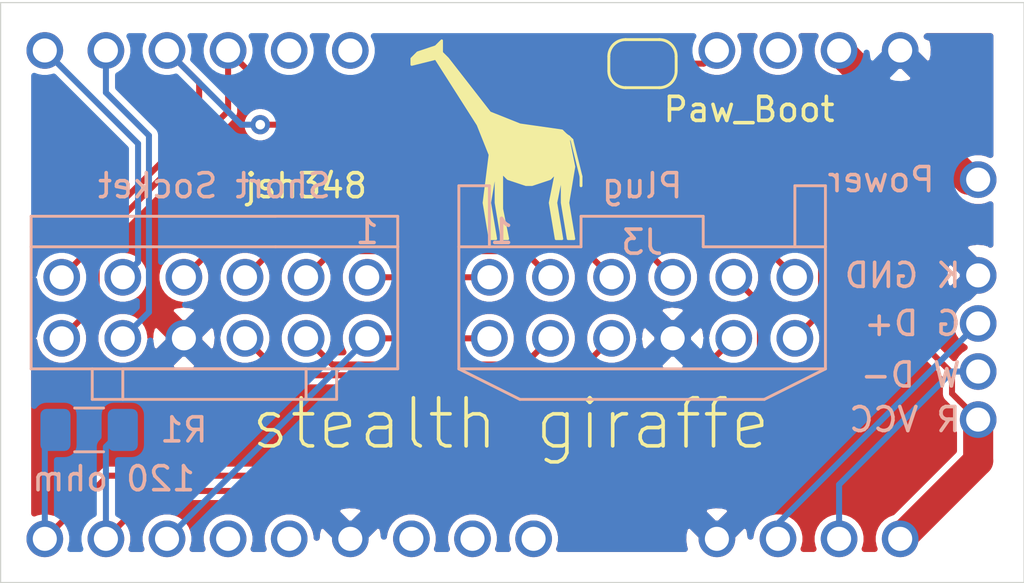
<source format=kicad_pcb>
(kicad_pcb (version 20171130) (host pcbnew "(5.1.0)-1")

  (general
    (thickness 1.6)
    (drawings 11)
    (tracks 85)
    (zones 0)
    (modules 7)
    (nets 20)
  )

  (page A4)
  (layers
    (0 F.Cu signal)
    (31 B.Cu signal)
    (32 B.Adhes user)
    (33 F.Adhes user)
    (34 B.Paste user)
    (35 F.Paste user)
    (36 B.SilkS user)
    (37 F.SilkS user)
    (38 B.Mask user)
    (39 F.Mask user)
    (40 Dwgs.User user)
    (41 Cmts.User user)
    (42 Eco1.User user)
    (43 Eco2.User user)
    (44 Edge.Cuts user)
    (45 Margin user)
    (46 B.CrtYd user)
    (47 F.CrtYd user)
    (48 B.Fab user)
    (49 F.Fab user)
  )

  (setup
    (last_trace_width 0.25)
    (user_trace_width 0.5)
    (user_trace_width 1)
    (user_trace_width 1.25)
    (trace_clearance 0.2)
    (zone_clearance 0.254)
    (zone_45_only no)
    (trace_min 0.2)
    (via_size 0.8)
    (via_drill 0.4)
    (via_min_size 0.4)
    (via_min_drill 0.3)
    (user_via 1.5 0.8)
    (uvia_size 0.3)
    (uvia_drill 0.1)
    (uvias_allowed no)
    (uvia_min_size 0.2)
    (uvia_min_drill 0.1)
    (edge_width 0.05)
    (segment_width 0.2)
    (pcb_text_width 0.3)
    (pcb_text_size 1.5 1.5)
    (mod_edge_width 0.12)
    (mod_text_size 1 1)
    (mod_text_width 0.15)
    (pad_size 1.524 1.524)
    (pad_drill 0.762)
    (pad_to_mask_clearance 0.051)
    (solder_mask_min_width 0.25)
    (aux_axis_origin 0 0)
    (visible_elements 7FFFFFFF)
    (pcbplotparams
      (layerselection 0x010f0_ffffffff)
      (usegerberextensions false)
      (usegerberattributes false)
      (usegerberadvancedattributes false)
      (creategerberjobfile false)
      (excludeedgelayer true)
      (linewidth 0.100000)
      (plotframeref false)
      (viasonmask false)
      (mode 1)
      (useauxorigin false)
      (hpglpennumber 1)
      (hpglpenspeed 20)
      (hpglpendiameter 15.000000)
      (psnegative false)
      (psa4output false)
      (plotreference true)
      (plotvalue true)
      (plotinvisibletext false)
      (padsonsilk false)
      (subtractmaskfromsilk false)
      (outputformat 1)
      (mirror false)
      (drillshape 0)
      (scaleselection 1)
      (outputdirectory "gerber"))
  )

  (net 0 "")
  (net 1 /9)
  (net 2 /8)
  (net 3 /4)
  (net 4 /3)
  (net 5 /2)
  (net 6 /CAN2_L)
  (net 7 /CAN1_L)
  (net 8 /GND)
  (net 9 /IGN)
  (net 10 /CAN2_H)
  (net 11 /CAN1_H)
  (net 12 /HTR)
  (net 13 /CAN1_L')
  (net 14 /CAN1_H')
  (net 15 /DFU)
  (net 16 /12VIN)
  (net 17 /5V)
  (net 18 /D+)
  (net 19 /D-)

  (net_class Default "This is the default net class."
    (clearance 0.2)
    (trace_width 0.25)
    (via_dia 0.8)
    (via_drill 0.4)
    (uvia_dia 0.3)
    (uvia_drill 0.1)
    (add_net /12VIN)
    (add_net /2)
    (add_net /3)
    (add_net /4)
    (add_net /5V)
    (add_net /8)
    (add_net /9)
    (add_net /CAN1_H)
    (add_net /CAN1_H')
    (add_net /CAN1_L)
    (add_net /CAN1_L')
    (add_net /CAN2_H)
    (add_net /CAN2_L)
    (add_net /D+)
    (add_net /D-)
    (add_net /DFU)
    (add_net /GND)
    (add_net /HTR)
    (add_net /IGN)
  )

  (module giraffe:MobilEye (layer B.Cu) (tedit 5D5BF807) (tstamp 5D4A0681)
    (at 106.68 77.724 180)
    (path /5D3A2FFC)
    (fp_text reference J2 (at 0 4) (layer B.SilkS) hide
      (effects (font (size 1 1) (thickness 0.15)) (justify mirror))
    )
    (fp_text value MOBILEEYE (at 0 6) (layer B.Fab) hide
      (effects (font (size 1 1) (thickness 0.15)) (justify mirror))
    )
    (fp_text user 1 (at -6.35 4.445) (layer B.SilkS)
      (effects (font (size 1 1) (thickness 0.15)) (justify mirror))
    )
    (fp_line (start 7.62 -1.27) (end -7.62 -1.27) (layer B.SilkS) (width 0.12))
    (fp_line (start 7.62 3.81) (end 7.62 -1.27) (layer B.SilkS) (width 0.12))
    (fp_line (start 2.54 3.81) (end 7.62 3.81) (layer B.SilkS) (width 0.12))
    (fp_line (start -2.54 5.08) (end 2.54 5.08) (layer B.SilkS) (width 0.12))
    (fp_line (start -7.62 3.81) (end -2.54 3.81) (layer B.SilkS) (width 0.12))
    (fp_line (start -7.62 -1.27) (end -7.62 3.81) (layer B.SilkS) (width 0.12))
    (fp_line (start -7.62 3.81) (end -7.62 5.08) (layer B.SilkS) (width 0.12))
    (fp_line (start -7.62 5.08) (end -2.54 5.08) (layer B.SilkS) (width 0.12))
    (fp_line (start -2.54 5.08) (end 2.54 5.08) (layer B.SilkS) (width 0.12))
    (fp_line (start 2.54 5.08) (end 7.62 5.08) (layer B.SilkS) (width 0.12))
    (fp_line (start 7.62 5.08) (end 7.62 3.81) (layer B.SilkS) (width 0.12))
    (fp_line (start -5.08 -1.27) (end -5.08 -2.54) (layer B.SilkS) (width 0.12))
    (fp_line (start -5.08 -2.54) (end -3.81 -2.54) (layer B.SilkS) (width 0.12))
    (fp_line (start -3.81 -2.54) (end -3.81 -1.27) (layer B.SilkS) (width 0.12))
    (fp_line (start -3.81 -1.27) (end 3.81 -1.27) (layer B.SilkS) (width 0.12))
    (fp_line (start 3.81 -1.27) (end 3.81 -2.54) (layer B.SilkS) (width 0.12))
    (fp_line (start 3.81 -2.54) (end 5.08 -2.54) (layer B.SilkS) (width 0.12))
    (fp_line (start 5.08 -2.54) (end 5.08 -1.27) (layer B.SilkS) (width 0.12))
    (fp_line (start -3.81 -2.54) (end 3.81 -2.54) (layer B.SilkS) (width 0.12))
    (fp_text user "Short Socket" (at 0 6.35) (layer B.SilkS)
      (effects (font (size 1 1) (thickness 0.15)) (justify mirror))
    )
    (fp_line (start -2.54 3.81) (end 2.54 3.81) (layer B.SilkS) (width 0.12))
    (pad 9 thru_hole circle (at -1.27 0 180) (size 1.524 1.524) (drill 1) (layers *.Cu *.Mask)
      (net 1 /9))
    (pad 8 thru_hole circle (at -3.81 0 180) (size 1.524 1.524) (drill 1) (layers *.Cu *.Mask)
      (net 2 /8))
    (pad 4 thru_hole circle (at 1.27 2.54 180) (size 1.524 1.524) (drill 1) (layers *.Cu *.Mask)
      (net 3 /4))
    (pad 3 thru_hole circle (at -1.27 2.54 180) (size 1.524 1.524) (drill 1) (layers *.Cu *.Mask)
      (net 4 /3))
    (pad 2 thru_hole circle (at -3.81 2.54 180) (size 1.524 1.524) (drill 1) (layers *.Cu *.Mask)
      (net 5 /2))
    (pad 12 thru_hole circle (at 6.35 0 180) (size 1.524 1.524) (drill 1) (layers *.Cu *.Mask)
      (net 6 /CAN2_L))
    (pad 11 thru_hole circle (at 3.81 0 180) (size 1.524 1.524) (drill 1) (layers *.Cu *.Mask)
      (net 7 /CAN1_L))
    (pad 10 thru_hole circle (at 1.27 0 180) (size 1.524 1.524) (drill 1) (layers *.Cu *.Mask)
      (net 8 /GND))
    (pad 7 thru_hole circle (at -6.35 0 180) (size 1.524 1.524) (drill 1) (layers *.Cu *.Mask)
      (net 9 /IGN))
    (pad 6 thru_hole circle (at 6.35 2.54 180) (size 1.524 1.524) (drill 1) (layers *.Cu *.Mask)
      (net 10 /CAN2_H))
    (pad 5 thru_hole circle (at 3.81 2.54 180) (size 1.524 1.524) (drill 1) (layers *.Cu *.Mask)
      (net 11 /CAN1_H))
    (pad 1 thru_hole circle (at -6.35 2.54 180) (size 1.524 1.524) (drill 1) (layers *.Cu *.Mask)
      (net 12 /HTR))
  )

  (module giraffe:USB (layer B.Cu) (tedit 5D5BF7C7) (tstamp 5D5BFAC5)
    (at 138.43 78.105 90)
    (path /5D49EE3F)
    (fp_text reference U2 (at 0 -3.35 -90) (layer B.Fab)
      (effects (font (size 1 1) (thickness 0.15)) (justify mirror))
    )
    (fp_text value USB (at 0 -2.35 -90) (layer B.Fab)
      (effects (font (size 1 1) (thickness 0.15)) (justify mirror))
    )
    (fp_text user "R VCC" (at -3 -0.635 -180) (layer B.SilkS)
      (effects (font (size 1 1) (thickness 0.15)) (justify left mirror))
    )
    (fp_text user "W D-" (at -1.143 -0.635 -180) (layer B.SilkS)
      (effects (font (size 1 1) (thickness 0.15)) (justify left mirror))
    )
    (fp_text user "G D+" (at 1 -0.635 -180) (layer B.SilkS)
      (effects (font (size 1 1) (thickness 0.15)) (justify left mirror))
    )
    (fp_text user "K GND" (at 3 -0.635 -180) (layer B.SilkS)
      (effects (font (size 1 1) (thickness 0.15)) (justify left mirror))
    )
    (pad 1 thru_hole circle (at -3 0 90) (size 1.524 1.524) (drill 1) (layers *.Cu *.Mask)
      (net 17 /5V))
    (pad 2 thru_hole circle (at -1 0 90) (size 1.524 1.524) (drill 1) (layers *.Cu *.Mask)
      (net 19 /D-))
    (pad 3 thru_hole circle (at 1 0 90) (size 1.524 1.524) (drill 1) (layers *.Cu *.Mask)
      (net 18 /D+))
    (pad 4 thru_hole circle (at 3 0 90) (size 1.524 1.524) (drill 1) (layers *.Cu *.Mask)
      (net 8 /GND))
  )

  (module giraffe:panda (layer B.Cu) (tedit 5D49BDE9) (tstamp 5D4A06C7)
    (at 135.188001 86.065999 180)
    (path /5D39E9B2)
    (fp_text reference P1 (at 19.05 19.82) (layer B.Fab)
      (effects (font (size 1 1) (thickness 0.15)) (justify mirror))
    )
    (fp_text value panda (at 19.05 20.82) (layer B.Fab)
      (effects (font (size 1 1) (thickness 0.15)) (justify mirror))
    )
    (pad 23 thru_hole circle (at 35.56 20.32 180) (size 1.524 1.524) (drill 1) (layers *.Cu *.Mask)
      (net 11 /CAN1_H))
    (pad 22 thru_hole circle (at 33.02 20.32 180) (size 1.524 1.524) (drill 1) (layers *.Cu *.Mask)
      (net 7 /CAN1_L))
    (pad 21 thru_hole circle (at 30.48 20.32 180) (size 1.524 1.524) (drill 1) (layers *.Cu *.Mask)
      (net 10 /CAN2_H))
    (pad 20 thru_hole circle (at 27.94 20.32 180) (size 1.524 1.524) (drill 1) (layers *.Cu *.Mask)
      (net 6 /CAN2_L))
    (pad 19 thru_hole circle (at 25.4 20.32 180) (size 1.524 1.524) (drill 1) (layers *.Cu *.Mask))
    (pad 18 thru_hole circle (at 22.86 20.32 180) (size 1.524 1.524) (drill 1) (layers *.Cu *.Mask))
    (pad 17 thru_hole circle (at 7.62 20.32 180) (size 1.524 1.524) (drill 1) (layers *.Cu *.Mask)
      (net 15 /DFU))
    (pad 16 thru_hole circle (at 5.08 20.32 180) (size 1.524 1.524) (drill 1) (layers *.Cu *.Mask))
    (pad 15 thru_hole circle (at 2.54 20.32 180) (size 1.524 1.524) (drill 1) (layers *.Cu *.Mask)
      (net 16 /12VIN))
    (pad 14 thru_hole circle (at 0 20.32 180) (size 1.524 1.524) (drill 1) (layers *.Cu *.Mask)
      (net 8 /GND))
    (pad 13 thru_hole circle (at 35.56 0 180) (size 1.524 1.524) (drill 1) (layers *.Cu *.Mask)
      (net 13 /CAN1_L'))
    (pad 12 thru_hole circle (at 33.02 0 180) (size 1.524 1.524) (drill 1) (layers *.Cu *.Mask)
      (net 14 /CAN1_H'))
    (pad 11 thru_hole circle (at 30.48 0 180) (size 1.524 1.524) (drill 1) (layers *.Cu *.Mask)
      (net 9 /IGN))
    (pad 10 thru_hole circle (at 27.94 0 180) (size 1.524 1.524) (drill 1) (layers *.Cu *.Mask))
    (pad 9 thru_hole circle (at 25.4 0 180) (size 1.524 1.524) (drill 1) (layers *.Cu *.Mask))
    (pad 8 thru_hole circle (at 22.86 0 180) (size 1.524 1.524) (drill 1) (layers *.Cu *.Mask)
      (net 8 /GND))
    (pad 7 thru_hole circle (at 20.32 0 180) (size 1.524 1.524) (drill 1) (layers *.Cu *.Mask))
    (pad 6 thru_hole circle (at 17.78 0 180) (size 1.524 1.524) (drill 1) (layers *.Cu *.Mask))
    (pad 5 thru_hole circle (at 15.24 0 180) (size 1.524 1.524) (drill 1) (layers *.Cu *.Mask))
    (pad 4 thru_hole circle (at 7.62 0 180) (size 1.524 1.524) (drill 1) (layers *.Cu *.Mask)
      (net 8 /GND))
    (pad 3 thru_hole circle (at 5.08 0 180) (size 1.524 1.524) (drill 1) (layers *.Cu *.Mask)
      (net 18 /D+))
    (pad 2 thru_hole circle (at 2.54 0 180) (size 1.524 1.524) (drill 1) (layers *.Cu *.Mask)
      (net 19 /D-))
    (pad 1 thru_hole circle (at 0 0 180) (size 1.524 1.524) (drill 1) (layers *.Cu *.Mask)
      (net 17 /5V))
  )

  (module giraffe:MobilEye (layer B.Cu) (tedit 5D49CE04) (tstamp 5D4A1505)
    (at 129.54 75.184)
    (path /5D3A3B5E)
    (fp_text reference J3 (at -5.08 -1.46) (layer B.SilkS)
      (effects (font (size 1 1) (thickness 0.15)) (justify mirror))
    )
    (fp_text value MOBILEEYE (at -5.08 -3.46) (layer B.Fab) hide
      (effects (font (size 1 1) (thickness 0.15)) (justify mirror))
    )
    (fp_text user 1 (at -10.922 -1.905) (layer B.SilkS)
      (effects (font (size 1 1) (thickness 0.15)) (justify mirror))
    )
    (fp_line (start 2.54 3.81) (end -12.7 3.81) (layer B.SilkS) (width 0.12))
    (fp_line (start 2.54 -1.27) (end 2.54 3.81) (layer B.SilkS) (width 0.12))
    (fp_line (start -2.54 -1.27) (end 2.54 -1.27) (layer B.SilkS) (width 0.12))
    (fp_line (start -2.54 -2.54) (end -2.54 -1.27) (layer B.SilkS) (width 0.12))
    (fp_line (start -7.62 -2.54) (end -2.54 -2.54) (layer B.SilkS) (width 0.12))
    (fp_line (start -7.62 -1.27) (end -7.62 -2.54) (layer B.SilkS) (width 0.12))
    (fp_line (start -12.7 -1.27) (end -7.62 -1.27) (layer B.SilkS) (width 0.12))
    (fp_line (start -12.7 3.81) (end -12.7 -1.27) (layer B.SilkS) (width 0.12))
    (fp_line (start -12.7 -1.27) (end -12.7 -3.81) (layer B.SilkS) (width 0.12))
    (fp_line (start -12.7 -3.81) (end -11.43 -3.81) (layer B.SilkS) (width 0.12))
    (fp_line (start -11.43 -3.81) (end -11.43 -1.27) (layer B.SilkS) (width 0.12))
    (fp_line (start 1.27 -1.27) (end 1.27 -3.81) (layer B.SilkS) (width 0.12))
    (fp_line (start 1.27 -3.81) (end 2.54 -3.81) (layer B.SilkS) (width 0.12))
    (fp_line (start 2.54 -3.81) (end 2.54 -1.27) (layer B.SilkS) (width 0.12))
    (fp_line (start -12.7 3.81) (end -10.16 5.08) (layer B.SilkS) (width 0.12))
    (fp_line (start -10.16 5.08) (end 0 5.08) (layer B.SilkS) (width 0.12))
    (fp_line (start 0 5.08) (end 2.54 3.81) (layer B.SilkS) (width 0.12))
    (fp_text user Plug (at -5.08 -3.81 180) (layer B.SilkS)
      (effects (font (size 1 1) (thickness 0.15)) (justify mirror))
    )
    (pad 9 thru_hole circle (at -6.35 2.54 180) (size 1.524 1.524) (drill 1) (layers *.Cu *.Mask)
      (net 1 /9))
    (pad 8 thru_hole circle (at -8.89 2.54 180) (size 1.524 1.524) (drill 1) (layers *.Cu *.Mask)
      (net 2 /8))
    (pad 4 thru_hole circle (at -3.81 0 180) (size 1.524 1.524) (drill 1) (layers *.Cu *.Mask)
      (net 3 /4))
    (pad 3 thru_hole circle (at -6.35 0 180) (size 1.524 1.524) (drill 1) (layers *.Cu *.Mask)
      (net 4 /3))
    (pad 2 thru_hole circle (at -8.89 0 180) (size 1.524 1.524) (drill 1) (layers *.Cu *.Mask)
      (net 5 /2))
    (pad 12 thru_hole circle (at 1.27 2.54 180) (size 1.524 1.524) (drill 1) (layers *.Cu *.Mask)
      (net 6 /CAN2_L))
    (pad 11 thru_hole circle (at -1.27 2.54 180) (size 1.524 1.524) (drill 1) (layers *.Cu *.Mask)
      (net 13 /CAN1_L'))
    (pad 10 thru_hole circle (at -3.81 2.54 180) (size 1.524 1.524) (drill 1) (layers *.Cu *.Mask)
      (net 8 /GND))
    (pad 7 thru_hole circle (at -11.43 2.54 180) (size 1.524 1.524) (drill 1) (layers *.Cu *.Mask)
      (net 9 /IGN))
    (pad 6 thru_hole circle (at 1.27 0 180) (size 1.524 1.524) (drill 1) (layers *.Cu *.Mask)
      (net 10 /CAN2_H))
    (pad 5 thru_hole circle (at -1.27 0 180) (size 1.524 1.524) (drill 1) (layers *.Cu *.Mask)
      (net 14 /CAN1_H'))
    (pad 1 thru_hole circle (at -11.43 0 180) (size 1.524 1.524) (drill 1) (layers *.Cu *.Mask)
      (net 12 /HTR))
  )

  (module giraffe:12VIN (layer B.Cu) (tedit 5D49BE68) (tstamp 5D5BF7D0)
    (at 138.43 71.12)
    (path /5D3CE919)
    (fp_text reference U1 (at 0 2.04 -180) (layer B.Fab)
      (effects (font (size 1 1) (thickness 0.15)) (justify mirror))
    )
    (fp_text value Power (at -6.35 0 -180) (layer B.SilkS)
      (effects (font (size 1 1) (thickness 0.15)) (justify right mirror))
    )
    (pad ~ thru_hole circle (at 0 0) (size 1.524 1.524) (drill 1) (layers *.Cu *.Mask)
      (net 16 /12VIN))
  )

  (module Resistor_SMD:R_1206_3216Metric (layer B.Cu) (tedit 5B301BBD) (tstamp 5D4A244A)
    (at 101.47 81.534)
    (descr "Resistor SMD 1206 (3216 Metric), square (rectangular) end terminal, IPC_7351 nominal, (Body size source: http://www.tortai-tech.com/upload/download/2011102023233369053.pdf), generated with kicad-footprint-generator")
    (tags resistor)
    (path /5D3A6708)
    (attr smd)
    (fp_text reference R1 (at 3.94 0 180) (layer B.SilkS)
      (effects (font (size 1 1) (thickness 0.15)) (justify mirror))
    )
    (fp_text value "120 ohm" (at 1.019 2.032 180) (layer B.SilkS)
      (effects (font (size 1 1) (thickness 0.15)) (justify mirror))
    )
    (fp_text user %R (at 0 0 180) (layer B.Fab)
      (effects (font (size 0.8 0.8) (thickness 0.12)) (justify mirror))
    )
    (fp_line (start 2.28 -1.12) (end -2.28 -1.12) (layer B.CrtYd) (width 0.05))
    (fp_line (start 2.28 1.12) (end 2.28 -1.12) (layer B.CrtYd) (width 0.05))
    (fp_line (start -2.28 1.12) (end 2.28 1.12) (layer B.CrtYd) (width 0.05))
    (fp_line (start -2.28 -1.12) (end -2.28 1.12) (layer B.CrtYd) (width 0.05))
    (fp_line (start -0.602064 -0.91) (end 0.602064 -0.91) (layer B.SilkS) (width 0.12))
    (fp_line (start -0.602064 0.91) (end 0.602064 0.91) (layer B.SilkS) (width 0.12))
    (fp_line (start 1.6 -0.8) (end -1.6 -0.8) (layer B.Fab) (width 0.1))
    (fp_line (start 1.6 0.8) (end 1.6 -0.8) (layer B.Fab) (width 0.1))
    (fp_line (start -1.6 0.8) (end 1.6 0.8) (layer B.Fab) (width 0.1))
    (fp_line (start -1.6 -0.8) (end -1.6 0.8) (layer B.Fab) (width 0.1))
    (pad 2 smd roundrect (at 1.4 0) (size 1.25 1.75) (layers B.Cu B.Paste B.Mask) (roundrect_rratio 0.2)
      (net 14 /CAN1_H'))
    (pad 1 smd roundrect (at -1.4 0) (size 1.25 1.75) (layers B.Cu B.Paste B.Mask) (roundrect_rratio 0.2)
      (net 13 /CAN1_L'))
    (model ${KISYS3DMOD}/Resistor_SMD.3dshapes/R_1206_3216Metric.wrl
      (at (xyz 0 0 0))
      (scale (xyz 1 1 1))
      (rotate (xyz 0 0 0))
    )
  )

  (module Jumper:SolderJumper-2_P1.3mm_Open_RoundedPad1.0x1.5mm (layer F.Cu) (tedit 5B391E66) (tstamp 5D4A31F8)
    (at 124.475 66.294)
    (descr "SMD Solder Jumper, 1x1.5mm, rounded Pads, 0.3mm gap, open")
    (tags "solder jumper open")
    (path /5D4ABECF)
    (attr virtual)
    (fp_text reference JP1 (at 0 -1.8 180) (layer B.Fab)
      (effects (font (size 1 1) (thickness 0.15)) (justify mirror))
    )
    (fp_text value Paw_Boot (at 4.43 1.905 180) (layer F.SilkS)
      (effects (font (size 1 1) (thickness 0.15)))
    )
    (fp_line (start 1.65 1.25) (end -1.65 1.25) (layer F.CrtYd) (width 0.05))
    (fp_line (start 1.65 1.25) (end 1.65 -1.25) (layer F.CrtYd) (width 0.05))
    (fp_line (start -1.65 -1.25) (end -1.65 1.25) (layer F.CrtYd) (width 0.05))
    (fp_line (start -1.65 -1.25) (end 1.65 -1.25) (layer F.CrtYd) (width 0.05))
    (fp_line (start -0.7 -1) (end 0.7 -1) (layer F.SilkS) (width 0.12))
    (fp_line (start 1.4 -0.3) (end 1.4 0.3) (layer F.SilkS) (width 0.12))
    (fp_line (start 0.7 1) (end -0.7 1) (layer F.SilkS) (width 0.12))
    (fp_line (start -1.4 0.3) (end -1.4 -0.3) (layer F.SilkS) (width 0.12))
    (fp_arc (start -0.7 -0.3) (end -0.7 -1) (angle -90) (layer F.SilkS) (width 0.12))
    (fp_arc (start -0.7 0.3) (end -1.4 0.3) (angle -90) (layer F.SilkS) (width 0.12))
    (fp_arc (start 0.7 0.3) (end 0.7 1) (angle -90) (layer F.SilkS) (width 0.12))
    (fp_arc (start 0.7 -0.3) (end 1.4 -0.3) (angle -90) (layer F.SilkS) (width 0.12))
    (pad 2 smd custom (at 0.65 0) (size 1 0.5) (layers F.Cu F.Mask)
      (net 15 /DFU) (zone_connect 2)
      (options (clearance outline) (anchor rect))
      (primitives
        (gr_circle (center 0 0.25) (end 0.5 0.25) (width 0))
        (gr_circle (center 0 -0.25) (end 0.5 -0.25) (width 0))
        (gr_poly (pts
           (xy 0 -0.75) (xy -0.5 -0.75) (xy -0.5 0.75) (xy 0 0.75)) (width 0))
      ))
    (pad 1 smd custom (at -0.65 0) (size 1 0.5) (layers F.Cu F.Mask)
      (net 17 /5V) (zone_connect 2)
      (options (clearance outline) (anchor rect))
      (primitives
        (gr_circle (center 0 0.25) (end 0.5 0.25) (width 0))
        (gr_circle (center 0 -0.25) (end 0.5 -0.25) (width 0))
        (gr_poly (pts
           (xy 0 -0.75) (xy 0.5 -0.75) (xy 0.5 0.75) (xy 0 0.75)) (width 0))
      ))
  )

  (gr_text "stealth giraffe" (at 118.999 81.28) (layer F.SilkS)
    (effects (font (size 2 2) (thickness 0.15)))
  )
  (gr_line (start 121.92 70.993) (end 121.92 71.374) (layer F.SilkS) (width 0.12))
  (gr_line (start 121.539 69.469) (end 121.92 70.993) (layer F.SilkS) (width 0.12))
  (gr_line (start 121.412 69.342) (end 121.539 69.469) (layer F.SilkS) (width 0.12))
  (gr_line (start 121.031 69.088) (end 121.412 69.342) (layer F.SilkS) (width 0.12))
  (gr_poly (pts (xy 116.13 65.334) (xy 115.88 65.584) (xy 115.13 65.834) (xy 114.88 66.084) (xy 114.88 66.334) (xy 115.88 66.084) (xy 117.63 68.834) (xy 118.13 70.084) (xy 117.88 72.084) (xy 118.13 73.584) (xy 118.38 73.584) (xy 118.13 72.084) (xy 118.38 70.584) (xy 118.38 72.084) (xy 118.63 73.584) (xy 118.88 73.584) (xy 118.63 72.334) (xy 118.63 70.834) (xy 118.88 71.084) (xy 119.63 71.334) (xy 119.88 71.334) (xy 120.63 71.084) (xy 120.88 70.834) (xy 120.63 72.084) (xy 120.88 73.584) (xy 121.13 73.584) (xy 120.88 72.084) (xy 121.13 70.834) (xy 121.13 72.084) (xy 121.38 73.584) (xy 121.63 73.584) (xy 121.38 72.084) (xy 121.63 70.584) (xy 121.38 69.334) (xy 121.13 69.084) (xy 119.38 68.834) (xy 118.13 68.334) (xy 116.38 66.084) (xy 116.13 65.834)) (layer F.SilkS) (width 0.1))
  (gr_text jsh348 (at 110.49 71.374) (layer F.SilkS)
    (effects (font (size 1 1) (thickness 0.15)))
  )
  (gr_line (start 140.335 63.754) (end 97.79 63.754) (layer Edge.Cuts) (width 0.05) (tstamp 5D4A2F8D))
  (gr_line (start 140.335 87.884) (end 140.335 63.754) (layer Edge.Cuts) (width 0.05))
  (gr_line (start 97.79 87.884) (end 140.335 87.884) (layer Edge.Cuts) (width 0.05))
  (gr_line (start 97.79 63.754) (end 97.79 87.884) (layer Edge.Cuts) (width 0.05))

  (segment (start 108.711999 78.485999) (end 107.95 77.724) (width 0.25) (layer F.Cu) (net 1))
  (segment (start 109.487011 79.261011) (end 108.711999 78.485999) (width 0.25) (layer F.Cu) (net 1))
  (segment (start 121.652989 79.261011) (end 109.487011 79.261011) (width 0.25) (layer F.Cu) (net 1))
  (segment (start 123.19 77.724) (end 121.652989 79.261011) (width 0.25) (layer F.Cu) (net 1))
  (segment (start 111.251999 78.485999) (end 110.49 77.724) (width 0.25) (layer F.Cu) (net 2))
  (segment (start 111.577001 78.811001) (end 111.251999 78.485999) (width 0.25) (layer F.Cu) (net 2))
  (segment (start 119.562999 78.811001) (end 111.577001 78.811001) (width 0.25) (layer F.Cu) (net 2))
  (segment (start 120.65 77.724) (end 119.562999 78.811001) (width 0.25) (layer F.Cu) (net 2))
  (segment (start 106.171999 74.422001) (end 105.41 75.184) (width 0.25) (layer F.Cu) (net 3))
  (segment (start 107.397021 73.196979) (end 106.171999 74.422001) (width 0.25) (layer F.Cu) (net 3))
  (segment (start 123.742979 73.196979) (end 107.397021 73.196979) (width 0.25) (layer F.Cu) (net 3))
  (segment (start 125.73 75.184) (end 123.742979 73.196979) (width 0.25) (layer F.Cu) (net 3))
  (segment (start 108.711999 74.422001) (end 107.95 75.184) (width 0.25) (layer F.Cu) (net 4))
  (segment (start 109.487011 73.646989) (end 108.711999 74.422001) (width 0.25) (layer F.Cu) (net 4))
  (segment (start 121.652989 73.646989) (end 109.487011 73.646989) (width 0.25) (layer F.Cu) (net 4))
  (segment (start 123.19 75.184) (end 121.652989 73.646989) (width 0.25) (layer F.Cu) (net 4))
  (segment (start 111.251999 74.422001) (end 110.49 75.184) (width 0.25) (layer F.Cu) (net 5))
  (segment (start 111.577001 74.096999) (end 111.251999 74.422001) (width 0.25) (layer F.Cu) (net 5))
  (segment (start 119.562999 74.096999) (end 111.577001 74.096999) (width 0.25) (layer F.Cu) (net 5))
  (segment (start 120.65 75.184) (end 119.562999 74.096999) (width 0.25) (layer F.Cu) (net 5))
  (segment (start 101.782999 76.271001) (end 101.782999 73.731001) (width 0.25) (layer F.Cu) (net 6))
  (segment (start 100.33 77.724) (end 101.782999 76.271001) (width 0.25) (layer F.Cu) (net 6))
  (segment (start 101.782999 73.731001) (end 107.248001 68.265999) (width 0.25) (layer F.Cu) (net 6))
  (segment (start 107.248001 68.265999) (end 107.248001 65.745999) (width 0.25) (layer F.Cu) (net 6))
  (segment (start 131.897001 76.636999) (end 131.897001 74.366001) (width 0.25) (layer F.Cu) (net 6))
  (segment (start 130.81 77.724) (end 131.897001 76.636999) (width 0.25) (layer F.Cu) (net 6))
  (segment (start 131.897001 74.366001) (end 125.73 68.199) (width 0.25) (layer F.Cu) (net 6))
  (segment (start 109.701002 68.199) (end 107.248001 65.745999) (width 0.25) (layer F.Cu) (net 6))
  (segment (start 125.73 68.199) (end 109.701002 68.199) (width 0.25) (layer F.Cu) (net 6) (tstamp 5D4A31D3))
  (segment (start 103.631999 76.962001) (end 102.87 77.724) (width 0.25) (layer B.Cu) (net 7))
  (segment (start 103.957001 76.636999) (end 103.631999 76.962001) (width 0.25) (layer B.Cu) (net 7))
  (segment (start 103.957001 69.286001) (end 103.957001 76.636999) (width 0.25) (layer B.Cu) (net 7))
  (segment (start 102.168001 67.497001) (end 103.957001 69.286001) (width 0.25) (layer B.Cu) (net 7))
  (segment (start 102.168001 65.745999) (end 102.168001 67.497001) (width 0.25) (layer B.Cu) (net 7))
  (segment (start 104.708001 86.045999) (end 104.708001 86.065999) (width 0.25) (layer F.Cu) (net 9))
  (segment (start 118.11 77.724) (end 113.03 77.724) (width 0.25) (layer F.Cu) (net 9))
  (segment (start 113.03 77.744) (end 113.03 77.724) (width 0.25) (layer B.Cu) (net 9))
  (segment (start 104.708001 86.065999) (end 113.03 77.744) (width 0.25) (layer B.Cu) (net 9))
  (segment (start 106.044295 67.082293) (end 105.968001 67.005999) (width 0.25) (layer F.Cu) (net 10))
  (segment (start 106.044295 68.833295) (end 106.044295 67.082293) (width 0.25) (layer F.Cu) (net 10))
  (segment (start 101.091999 73.785591) (end 106.044295 68.833295) (width 0.25) (layer F.Cu) (net 10))
  (segment (start 100.33 75.184) (end 101.091999 74.422001) (width 0.25) (layer F.Cu) (net 10))
  (segment (start 101.091999 74.422001) (end 101.091999 73.785591) (width 0.25) (layer F.Cu) (net 10))
  (segment (start 105.968001 67.005999) (end 104.708001 65.745999) (width 0.25) (layer F.Cu) (net 10) (tstamp 5D4A2099))
  (segment (start 130.81 75.184) (end 126.365 70.739) (width 0.25) (layer F.Cu) (net 10))
  (segment (start 126.365 70.739) (end 124.46 68.834) (width 0.25) (layer F.Cu) (net 10))
  (via (at 108.585 68.834) (size 0.8) (drill 0.4) (layers F.Cu B.Cu) (net 10))
  (segment (start 124.46 68.834) (end 108.585 68.834) (width 0.25) (layer F.Cu) (net 10))
  (segment (start 107.796002 68.834) (end 104.708001 65.745999) (width 0.25) (layer B.Cu) (net 10))
  (segment (start 108.585 68.834) (end 107.796002 68.834) (width 0.25) (layer B.Cu) (net 10))
  (segment (start 103.505 74.549) (end 102.87 75.184) (width 0.25) (layer B.Cu) (net 11))
  (segment (start 99.628001 65.745999) (end 103.505 69.622998) (width 0.25) (layer B.Cu) (net 11))
  (segment (start 103.505 69.622998) (end 103.505 74.549) (width 0.25) (layer B.Cu) (net 11))
  (segment (start 118.11 75.184) (end 113.03 75.184) (width 0.25) (layer F.Cu) (net 12))
  (segment (start 128.27 77.724) (end 122.555 83.439) (width 0.25) (layer F.Cu) (net 13))
  (segment (start 102.255 83.439) (end 99.628001 86.065999) (width 0.25) (layer F.Cu) (net 13))
  (segment (start 122.555 83.439) (end 102.255 83.439) (width 0.25) (layer F.Cu) (net 13))
  (segment (start 99.628001 81.975999) (end 100.07 81.534) (width 0.25) (layer B.Cu) (net 13))
  (segment (start 99.628001 86.065999) (end 99.628001 81.975999) (width 0.25) (layer B.Cu) (net 13))
  (segment (start 129.357001 78.245761) (end 123.528762 84.074) (width 0.25) (layer F.Cu) (net 14))
  (segment (start 128.27 75.184) (end 129.357001 76.271001) (width 0.25) (layer F.Cu) (net 14))
  (segment (start 129.357001 76.271001) (end 129.357001 78.245761) (width 0.25) (layer F.Cu) (net 14))
  (segment (start 104.16 84.074) (end 102.168001 86.065999) (width 0.25) (layer F.Cu) (net 14))
  (segment (start 123.528762 84.074) (end 104.16 84.074) (width 0.25) (layer F.Cu) (net 14))
  (segment (start 102.168001 82.235999) (end 102.87 81.534) (width 0.25) (layer B.Cu) (net 14))
  (segment (start 102.168001 86.065999) (end 102.168001 82.235999) (width 0.25) (layer B.Cu) (net 14))
  (segment (start 127.02 66.294) (end 127.568001 65.745999) (width 0.25) (layer F.Cu) (net 15))
  (segment (start 125.125 66.294) (end 127.02 66.294) (width 0.25) (layer F.Cu) (net 15))
  (segment (start 138.022002 71.12) (end 132.648001 65.745999) (width 1.25) (layer F.Cu) (net 16))
  (segment (start 138.43 71.12) (end 138.022002 71.12) (width 1.25) (layer F.Cu) (net 16))
  (segment (start 130.108001 85.426999) (end 130.108001 86.065999) (width 0.25) (layer B.Cu) (net 18))
  (segment (start 138.43 77.105) (end 130.108001 85.426999) (width 0.25) (layer B.Cu) (net 18))
  (segment (start 132.648001 84.988369) (end 132.648001 86.065999) (width 0.25) (layer B.Cu) (net 19))
  (segment (start 132.648001 83.809369) (end 132.648001 84.988369) (width 0.25) (layer B.Cu) (net 19))
  (segment (start 137.35237 79.105) (end 132.648001 83.809369) (width 0.25) (layer B.Cu) (net 19))
  (segment (start 138.43 79.105) (end 137.35237 79.105) (width 0.25) (layer B.Cu) (net 19))
  (segment (start 138.43 82.824) (end 135.188001 86.065999) (width 1.25) (layer F.Cu) (net 17))
  (segment (start 138.43 81.105) (end 138.43 82.824) (width 1.25) (layer F.Cu) (net 17))
  (segment (start 137.668001 80.343001) (end 138.43 81.105) (width 0.25) (layer F.Cu) (net 17))
  (segment (start 137.342999 80.017999) (end 137.668001 80.343001) (width 0.25) (layer F.Cu) (net 17))
  (segment (start 137.342999 79.175589) (end 137.342999 80.017999) (width 0.25) (layer F.Cu) (net 17))
  (segment (start 125.53642 67.36901) (end 137.342999 79.175589) (width 0.25) (layer F.Cu) (net 17))
  (segment (start 124.052418 67.36901) (end 125.53642 67.36901) (width 0.25) (layer F.Cu) (net 17))
  (segment (start 123.825 67.141592) (end 124.052418 67.36901) (width 0.25) (layer F.Cu) (net 17))
  (segment (start 123.825 66.294) (end 123.825 67.141592) (width 0.25) (layer F.Cu) (net 17))

  (zone (net 8) (net_name /GND) (layer B.Cu) (tstamp 5D4E8912) (hatch edge 0.508)
    (connect_pads (clearance 0.254))
    (min_thickness 0.254)
    (fill yes (arc_segments 32) (thermal_gap 0.508) (thermal_bridge_width 1))
    (polygon
      (pts
        (xy 99.06 86.614) (xy 99.06 65.024) (xy 139.065 65.024) (xy 139.065 86.614)
      )
    )
    (filled_polygon
      (pts
        (xy 103.695088 65.204586) (xy 103.608926 65.412598) (xy 103.565001 65.633423) (xy 103.565001 65.858575) (xy 103.608926 66.0794)
        (xy 103.695088 66.287412) (xy 103.820175 66.474619) (xy 103.979381 66.633825) (xy 104.166588 66.758912) (xy 104.3746 66.845074)
        (xy 104.595425 66.888999) (xy 104.820577 66.888999) (xy 105.041402 66.845074) (xy 105.076816 66.830405) (xy 107.42063 69.17422)
        (xy 107.436475 69.193527) (xy 107.513523 69.256759) (xy 107.568229 69.286) (xy 107.601427 69.303745) (xy 107.696809 69.332678)
        (xy 107.796002 69.342448) (xy 107.820856 69.34) (xy 107.986499 69.34) (xy 108.087141 69.440642) (xy 108.215058 69.526113)
        (xy 108.357191 69.584987) (xy 108.508078 69.615) (xy 108.661922 69.615) (xy 108.812809 69.584987) (xy 108.954942 69.526113)
        (xy 109.082859 69.440642) (xy 109.191642 69.331859) (xy 109.277113 69.203942) (xy 109.335987 69.061809) (xy 109.366 68.910922)
        (xy 109.366 68.757078) (xy 109.335987 68.606191) (xy 109.277113 68.464058) (xy 109.191642 68.336141) (xy 109.082859 68.227358)
        (xy 108.954942 68.141887) (xy 108.812809 68.083013) (xy 108.661922 68.053) (xy 108.508078 68.053) (xy 108.357191 68.083013)
        (xy 108.215058 68.141887) (xy 108.087141 68.227358) (xy 107.996046 68.318453) (xy 105.792407 66.114814) (xy 105.807076 66.0794)
        (xy 105.851001 65.858575) (xy 105.851001 65.633423) (xy 105.807076 65.412598) (xy 105.720914 65.204586) (xy 105.685109 65.151)
        (xy 106.270893 65.151) (xy 106.235088 65.204586) (xy 106.148926 65.412598) (xy 106.105001 65.633423) (xy 106.105001 65.858575)
        (xy 106.148926 66.0794) (xy 106.235088 66.287412) (xy 106.360175 66.474619) (xy 106.519381 66.633825) (xy 106.706588 66.758912)
        (xy 106.9146 66.845074) (xy 107.135425 66.888999) (xy 107.360577 66.888999) (xy 107.581402 66.845074) (xy 107.789414 66.758912)
        (xy 107.976621 66.633825) (xy 108.135827 66.474619) (xy 108.260914 66.287412) (xy 108.347076 66.0794) (xy 108.391001 65.858575)
        (xy 108.391001 65.633423) (xy 108.347076 65.412598) (xy 108.260914 65.204586) (xy 108.225109 65.151) (xy 108.810893 65.151)
        (xy 108.775088 65.204586) (xy 108.688926 65.412598) (xy 108.645001 65.633423) (xy 108.645001 65.858575) (xy 108.688926 66.0794)
        (xy 108.775088 66.287412) (xy 108.900175 66.474619) (xy 109.059381 66.633825) (xy 109.246588 66.758912) (xy 109.4546 66.845074)
        (xy 109.675425 66.888999) (xy 109.900577 66.888999) (xy 110.121402 66.845074) (xy 110.329414 66.758912) (xy 110.516621 66.633825)
        (xy 110.675827 66.474619) (xy 110.800914 66.287412) (xy 110.887076 66.0794) (xy 110.931001 65.858575) (xy 110.931001 65.633423)
        (xy 110.887076 65.412598) (xy 110.800914 65.204586) (xy 110.765109 65.151) (xy 111.350893 65.151) (xy 111.315088 65.204586)
        (xy 111.228926 65.412598) (xy 111.185001 65.633423) (xy 111.185001 65.858575) (xy 111.228926 66.0794) (xy 111.315088 66.287412)
        (xy 111.440175 66.474619) (xy 111.599381 66.633825) (xy 111.786588 66.758912) (xy 111.9946 66.845074) (xy 112.215425 66.888999)
        (xy 112.440577 66.888999) (xy 112.661402 66.845074) (xy 112.869414 66.758912) (xy 113.056621 66.633825) (xy 113.215827 66.474619)
        (xy 113.340914 66.287412) (xy 113.427076 66.0794) (xy 113.471001 65.858575) (xy 113.471001 65.633423) (xy 113.427076 65.412598)
        (xy 113.340914 65.204586) (xy 113.305109 65.151) (xy 126.590893 65.151) (xy 126.555088 65.204586) (xy 126.468926 65.412598)
        (xy 126.425001 65.633423) (xy 126.425001 65.858575) (xy 126.468926 66.0794) (xy 126.555088 66.287412) (xy 126.680175 66.474619)
        (xy 126.839381 66.633825) (xy 127.026588 66.758912) (xy 127.2346 66.845074) (xy 127.455425 66.888999) (xy 127.680577 66.888999)
        (xy 127.901402 66.845074) (xy 128.109414 66.758912) (xy 128.296621 66.633825) (xy 128.455827 66.474619) (xy 128.580914 66.287412)
        (xy 128.667076 66.0794) (xy 128.711001 65.858575) (xy 128.711001 65.633423) (xy 128.667076 65.412598) (xy 128.580914 65.204586)
        (xy 128.545109 65.151) (xy 129.130893 65.151) (xy 129.095088 65.204586) (xy 129.008926 65.412598) (xy 128.965001 65.633423)
        (xy 128.965001 65.858575) (xy 129.008926 66.0794) (xy 129.095088 66.287412) (xy 129.220175 66.474619) (xy 129.379381 66.633825)
        (xy 129.566588 66.758912) (xy 129.7746 66.845074) (xy 129.995425 66.888999) (xy 130.220577 66.888999) (xy 130.441402 66.845074)
        (xy 130.649414 66.758912) (xy 130.836621 66.633825) (xy 130.995827 66.474619) (xy 131.120914 66.287412) (xy 131.207076 66.0794)
        (xy 131.251001 65.858575) (xy 131.251001 65.633423) (xy 131.207076 65.412598) (xy 131.120914 65.204586) (xy 131.085109 65.151)
        (xy 131.670893 65.151) (xy 131.635088 65.204586) (xy 131.548926 65.412598) (xy 131.505001 65.633423) (xy 131.505001 65.858575)
        (xy 131.548926 66.0794) (xy 131.635088 66.287412) (xy 131.760175 66.474619) (xy 131.919381 66.633825) (xy 132.106588 66.758912)
        (xy 132.3146 66.845074) (xy 132.535425 66.888999) (xy 132.760577 66.888999) (xy 132.958316 66.849666) (xy 134.611836 66.849666)
        (xy 134.694317 67.060083) (xy 134.960168 67.131146) (xy 135.234774 67.148979) (xy 135.507584 67.112896) (xy 135.681685 67.060083)
        (xy 135.764166 66.849666) (xy 135.188001 66.273501) (xy 134.611836 66.849666) (xy 132.958316 66.849666) (xy 132.981402 66.845074)
        (xy 133.189414 66.758912) (xy 133.376621 66.633825) (xy 133.535827 66.474619) (xy 133.660914 66.287412) (xy 133.747076 66.0794)
        (xy 133.791001 65.858575) (xy 133.791001 65.837985) (xy 133.821104 66.065582) (xy 133.873917 66.239683) (xy 134.084334 66.322164)
        (xy 134.660499 65.745999) (xy 134.646357 65.731857) (xy 135.173859 65.204355) (xy 135.188001 65.218497) (xy 135.202143 65.204355)
        (xy 135.729645 65.731857) (xy 135.715503 65.745999) (xy 136.291668 66.322164) (xy 136.502085 66.239683) (xy 136.573148 65.973832)
        (xy 136.590981 65.699226) (xy 136.554898 65.426416) (xy 136.502085 65.252315) (xy 136.29167 65.169835) (xy 136.310505 65.151)
        (xy 138.938 65.151) (xy 138.938 70.093247) (xy 138.763401 70.020925) (xy 138.542576 69.977) (xy 138.317424 69.977)
        (xy 138.096599 70.020925) (xy 137.888587 70.107087) (xy 137.70138 70.232174) (xy 137.542174 70.39138) (xy 137.417087 70.578587)
        (xy 137.330925 70.786599) (xy 137.287 71.007424) (xy 137.287 71.232576) (xy 137.330925 71.453401) (xy 137.417087 71.661413)
        (xy 137.542174 71.84862) (xy 137.70138 72.007826) (xy 137.888587 72.132913) (xy 138.096599 72.219075) (xy 138.317424 72.263)
        (xy 138.542576 72.263) (xy 138.763401 72.219075) (xy 138.938 72.146753) (xy 138.938 73.827437) (xy 138.923684 73.790916)
        (xy 138.657833 73.719853) (xy 138.383227 73.70202) (xy 138.110417 73.738103) (xy 137.936316 73.790916) (xy 137.853835 74.001333)
        (xy 138.43 74.577498) (xy 138.444142 74.563356) (xy 138.938 75.057214) (xy 138.938 75.152786) (xy 138.444142 75.646644)
        (xy 138.43 75.632502) (xy 138.028277 76.034225) (xy 137.888587 76.092087) (xy 137.70138 76.217174) (xy 137.542174 76.37638)
        (xy 137.417087 76.563587) (xy 137.330925 76.771599) (xy 137.287 76.992424) (xy 137.287 77.217576) (xy 137.330925 77.438401)
        (xy 137.345594 77.473814) (xy 129.871824 84.947585) (xy 129.7746 84.966924) (xy 129.566588 85.053086) (xy 129.379381 85.178173)
        (xy 129.220175 85.337379) (xy 129.095088 85.524586) (xy 129.008926 85.732598) (xy 128.965001 85.953423) (xy 128.965001 85.974013)
        (xy 128.934898 85.746416) (xy 128.882085 85.572315) (xy 128.671668 85.489834) (xy 128.095503 86.065999) (xy 128.109645 86.080141)
        (xy 127.702786 86.487) (xy 127.433216 86.487) (xy 127.026357 86.080141) (xy 127.040499 86.065999) (xy 126.464334 85.489834)
        (xy 126.253917 85.572315) (xy 126.182854 85.838166) (xy 126.165021 86.112772) (xy 126.201104 86.385582) (xy 126.231869 86.487)
        (xy 121.010791 86.487) (xy 121.047076 86.3994) (xy 121.091001 86.178575) (xy 121.091001 85.953423) (xy 121.047076 85.732598)
        (xy 120.960914 85.524586) (xy 120.835827 85.337379) (xy 120.676621 85.178173) (xy 120.489414 85.053086) (xy 120.281402 84.966924)
        (xy 120.258317 84.962332) (xy 126.991836 84.962332) (xy 127.568001 85.538497) (xy 128.144166 84.962332) (xy 128.061685 84.751915)
        (xy 127.795834 84.680852) (xy 127.521228 84.663019) (xy 127.248418 84.699102) (xy 127.074317 84.751915) (xy 126.991836 84.962332)
        (xy 120.258317 84.962332) (xy 120.060577 84.922999) (xy 119.835425 84.922999) (xy 119.6146 84.966924) (xy 119.406588 85.053086)
        (xy 119.219381 85.178173) (xy 119.060175 85.337379) (xy 118.935088 85.524586) (xy 118.848926 85.732598) (xy 118.805001 85.953423)
        (xy 118.805001 86.178575) (xy 118.848926 86.3994) (xy 118.885211 86.487) (xy 118.470791 86.487) (xy 118.507076 86.3994)
        (xy 118.551001 86.178575) (xy 118.551001 85.953423) (xy 118.507076 85.732598) (xy 118.420914 85.524586) (xy 118.295827 85.337379)
        (xy 118.136621 85.178173) (xy 117.949414 85.053086) (xy 117.741402 84.966924) (xy 117.520577 84.922999) (xy 117.295425 84.922999)
        (xy 117.0746 84.966924) (xy 116.866588 85.053086) (xy 116.679381 85.178173) (xy 116.520175 85.337379) (xy 116.395088 85.524586)
        (xy 116.308926 85.732598) (xy 116.265001 85.953423) (xy 116.265001 86.178575) (xy 116.308926 86.3994) (xy 116.345211 86.487)
        (xy 115.930791 86.487) (xy 115.967076 86.3994) (xy 116.011001 86.178575) (xy 116.011001 85.953423) (xy 115.967076 85.732598)
        (xy 115.880914 85.524586) (xy 115.755827 85.337379) (xy 115.596621 85.178173) (xy 115.409414 85.053086) (xy 115.201402 84.966924)
        (xy 114.980577 84.922999) (xy 114.755425 84.922999) (xy 114.5346 84.966924) (xy 114.326588 85.053086) (xy 114.139381 85.178173)
        (xy 113.980175 85.337379) (xy 113.855088 85.524586) (xy 113.768926 85.732598) (xy 113.725001 85.953423) (xy 113.725001 85.974013)
        (xy 113.694898 85.746416) (xy 113.642085 85.572315) (xy 113.431668 85.489834) (xy 112.855503 86.065999) (xy 112.869645 86.080141)
        (xy 112.462786 86.487) (xy 112.193216 86.487) (xy 111.786357 86.080141) (xy 111.800499 86.065999) (xy 111.224334 85.489834)
        (xy 111.013917 85.572315) (xy 110.942854 85.838166) (xy 110.931001 86.020687) (xy 110.931001 85.953423) (xy 110.887076 85.732598)
        (xy 110.800914 85.524586) (xy 110.675827 85.337379) (xy 110.516621 85.178173) (xy 110.329414 85.053086) (xy 110.121402 84.966924)
        (xy 110.098317 84.962332) (xy 111.751836 84.962332) (xy 112.328001 85.538497) (xy 112.904166 84.962332) (xy 112.821685 84.751915)
        (xy 112.555834 84.680852) (xy 112.281228 84.663019) (xy 112.008418 84.699102) (xy 111.834317 84.751915) (xy 111.751836 84.962332)
        (xy 110.098317 84.962332) (xy 109.900577 84.922999) (xy 109.675425 84.922999) (xy 109.4546 84.966924) (xy 109.246588 85.053086)
        (xy 109.059381 85.178173) (xy 108.900175 85.337379) (xy 108.775088 85.524586) (xy 108.688926 85.732598) (xy 108.645001 85.953423)
        (xy 108.645001 86.178575) (xy 108.688926 86.3994) (xy 108.725211 86.487) (xy 108.310791 86.487) (xy 108.347076 86.3994)
        (xy 108.391001 86.178575) (xy 108.391001 85.953423) (xy 108.347076 85.732598) (xy 108.260914 85.524586) (xy 108.135827 85.337379)
        (xy 107.976621 85.178173) (xy 107.789414 85.053086) (xy 107.581402 84.966924) (xy 107.360577 84.922999) (xy 107.135425 84.922999)
        (xy 106.9146 84.966924) (xy 106.706588 85.053086) (xy 106.519381 85.178173) (xy 106.360175 85.337379) (xy 106.235088 85.524586)
        (xy 106.148926 85.732598) (xy 106.105001 85.953423) (xy 106.105001 86.178575) (xy 106.148926 86.3994) (xy 106.185211 86.487)
        (xy 105.770791 86.487) (xy 105.807076 86.3994) (xy 105.851001 86.178575) (xy 105.851001 85.953423) (xy 105.807076 85.732598)
        (xy 105.792407 85.697184) (xy 112.675328 78.814264) (xy 112.696599 78.823075) (xy 112.917424 78.867) (xy 113.142576 78.867)
        (xy 113.363401 78.823075) (xy 113.571413 78.736913) (xy 113.75862 78.611826) (xy 113.917826 78.45262) (xy 114.042913 78.265413)
        (xy 114.129075 78.057401) (xy 114.173 77.836576) (xy 114.173 77.611424) (xy 116.967 77.611424) (xy 116.967 77.836576)
        (xy 117.010925 78.057401) (xy 117.097087 78.265413) (xy 117.222174 78.45262) (xy 117.38138 78.611826) (xy 117.568587 78.736913)
        (xy 117.776599 78.823075) (xy 117.997424 78.867) (xy 118.222576 78.867) (xy 118.443401 78.823075) (xy 118.651413 78.736913)
        (xy 118.83862 78.611826) (xy 118.997826 78.45262) (xy 119.122913 78.265413) (xy 119.209075 78.057401) (xy 119.253 77.836576)
        (xy 119.253 77.611424) (xy 119.507 77.611424) (xy 119.507 77.836576) (xy 119.550925 78.057401) (xy 119.637087 78.265413)
        (xy 119.762174 78.45262) (xy 119.92138 78.611826) (xy 120.108587 78.736913) (xy 120.316599 78.823075) (xy 120.537424 78.867)
        (xy 120.762576 78.867) (xy 120.983401 78.823075) (xy 121.191413 78.736913) (xy 121.37862 78.611826) (xy 121.537826 78.45262)
        (xy 121.662913 78.265413) (xy 121.749075 78.057401) (xy 121.793 77.836576) (xy 121.793 77.611424) (xy 122.047 77.611424)
        (xy 122.047 77.836576) (xy 122.090925 78.057401) (xy 122.177087 78.265413) (xy 122.302174 78.45262) (xy 122.46138 78.611826)
        (xy 122.648587 78.736913) (xy 122.856599 78.823075) (xy 123.077424 78.867) (xy 123.302576 78.867) (xy 123.500315 78.827667)
        (xy 125.153835 78.827667) (xy 125.236316 79.038084) (xy 125.502167 79.109147) (xy 125.776773 79.12698) (xy 126.049583 79.090897)
        (xy 126.223684 79.038084) (xy 126.306165 78.827667) (xy 125.73 78.251502) (xy 125.153835 78.827667) (xy 123.500315 78.827667)
        (xy 123.523401 78.823075) (xy 123.731413 78.736913) (xy 123.91862 78.611826) (xy 124.077826 78.45262) (xy 124.202913 78.265413)
        (xy 124.289075 78.057401) (xy 124.333 77.836576) (xy 124.333 77.815986) (xy 124.363103 78.043583) (xy 124.415916 78.217684)
        (xy 124.626333 78.300165) (xy 125.202498 77.724) (xy 126.257502 77.724) (xy 126.833667 78.300165) (xy 127.044084 78.217684)
        (xy 127.115147 77.951833) (xy 127.127 77.769312) (xy 127.127 77.836576) (xy 127.170925 78.057401) (xy 127.257087 78.265413)
        (xy 127.382174 78.45262) (xy 127.54138 78.611826) (xy 127.728587 78.736913) (xy 127.936599 78.823075) (xy 128.157424 78.867)
        (xy 128.382576 78.867) (xy 128.603401 78.823075) (xy 128.811413 78.736913) (xy 128.99862 78.611826) (xy 129.157826 78.45262)
        (xy 129.282913 78.265413) (xy 129.369075 78.057401) (xy 129.413 77.836576) (xy 129.413 77.611424) (xy 129.667 77.611424)
        (xy 129.667 77.836576) (xy 129.710925 78.057401) (xy 129.797087 78.265413) (xy 129.922174 78.45262) (xy 130.08138 78.611826)
        (xy 130.268587 78.736913) (xy 130.476599 78.823075) (xy 130.697424 78.867) (xy 130.922576 78.867) (xy 131.143401 78.823075)
        (xy 131.351413 78.736913) (xy 131.53862 78.611826) (xy 131.697826 78.45262) (xy 131.822913 78.265413) (xy 131.909075 78.057401)
        (xy 131.953 77.836576) (xy 131.953 77.611424) (xy 131.909075 77.390599) (xy 131.822913 77.182587) (xy 131.697826 76.99538)
        (xy 131.53862 76.836174) (xy 131.351413 76.711087) (xy 131.143401 76.624925) (xy 130.922576 76.581) (xy 130.697424 76.581)
        (xy 130.476599 76.624925) (xy 130.268587 76.711087) (xy 130.08138 76.836174) (xy 129.922174 76.99538) (xy 129.797087 77.182587)
        (xy 129.710925 77.390599) (xy 129.667 77.611424) (xy 129.413 77.611424) (xy 129.369075 77.390599) (xy 129.282913 77.182587)
        (xy 129.157826 76.99538) (xy 128.99862 76.836174) (xy 128.811413 76.711087) (xy 128.603401 76.624925) (xy 128.382576 76.581)
        (xy 128.157424 76.581) (xy 127.936599 76.624925) (xy 127.728587 76.711087) (xy 127.54138 76.836174) (xy 127.382174 76.99538)
        (xy 127.257087 77.182587) (xy 127.170925 77.390599) (xy 127.127 77.611424) (xy 127.127 77.632014) (xy 127.096897 77.404417)
        (xy 127.044084 77.230316) (xy 126.833667 77.147835) (xy 126.257502 77.724) (xy 125.202498 77.724) (xy 124.626333 77.147835)
        (xy 124.415916 77.230316) (xy 124.344853 77.496167) (xy 124.333 77.678688) (xy 124.333 77.611424) (xy 124.289075 77.390599)
        (xy 124.202913 77.182587) (xy 124.077826 76.99538) (xy 123.91862 76.836174) (xy 123.731413 76.711087) (xy 123.523401 76.624925)
        (xy 123.302576 76.581) (xy 123.077424 76.581) (xy 122.856599 76.624925) (xy 122.648587 76.711087) (xy 122.46138 76.836174)
        (xy 122.302174 76.99538) (xy 122.177087 77.182587) (xy 122.090925 77.390599) (xy 122.047 77.611424) (xy 121.793 77.611424)
        (xy 121.749075 77.390599) (xy 121.662913 77.182587) (xy 121.537826 76.99538) (xy 121.37862 76.836174) (xy 121.191413 76.711087)
        (xy 120.983401 76.624925) (xy 120.762576 76.581) (xy 120.537424 76.581) (xy 120.316599 76.624925) (xy 120.108587 76.711087)
        (xy 119.92138 76.836174) (xy 119.762174 76.99538) (xy 119.637087 77.182587) (xy 119.550925 77.390599) (xy 119.507 77.611424)
        (xy 119.253 77.611424) (xy 119.209075 77.390599) (xy 119.122913 77.182587) (xy 118.997826 76.99538) (xy 118.83862 76.836174)
        (xy 118.651413 76.711087) (xy 118.443401 76.624925) (xy 118.222576 76.581) (xy 117.997424 76.581) (xy 117.776599 76.624925)
        (xy 117.568587 76.711087) (xy 117.38138 76.836174) (xy 117.222174 76.99538) (xy 117.097087 77.182587) (xy 117.010925 77.390599)
        (xy 116.967 77.611424) (xy 114.173 77.611424) (xy 114.129075 77.390599) (xy 114.042913 77.182587) (xy 113.917826 76.99538)
        (xy 113.75862 76.836174) (xy 113.571413 76.711087) (xy 113.363401 76.624925) (xy 113.142576 76.581) (xy 112.917424 76.581)
        (xy 112.696599 76.624925) (xy 112.488587 76.711087) (xy 112.30138 76.836174) (xy 112.142174 76.99538) (xy 112.017087 77.182587)
        (xy 111.930925 77.390599) (xy 111.887 77.611424) (xy 111.887 77.836576) (xy 111.930925 78.057401) (xy 111.951452 78.106956)
        (xy 105.076816 84.981593) (xy 105.041402 84.966924) (xy 104.820577 84.922999) (xy 104.595425 84.922999) (xy 104.3746 84.966924)
        (xy 104.166588 85.053086) (xy 103.979381 85.178173) (xy 103.820175 85.337379) (xy 103.695088 85.524586) (xy 103.608926 85.732598)
        (xy 103.565001 85.953423) (xy 103.565001 86.178575) (xy 103.608926 86.3994) (xy 103.645211 86.487) (xy 103.230791 86.487)
        (xy 103.267076 86.3994) (xy 103.311001 86.178575) (xy 103.311001 85.953423) (xy 103.267076 85.732598) (xy 103.180914 85.524586)
        (xy 103.055827 85.337379) (xy 102.896621 85.178173) (xy 102.709414 85.053086) (xy 102.674001 85.038417) (xy 102.674001 82.791843)
        (xy 103.245 82.791843) (xy 103.368462 82.779683) (xy 103.487179 82.743671) (xy 103.596589 82.68519) (xy 103.692488 82.606488)
        (xy 103.77119 82.510589) (xy 103.829671 82.401179) (xy 103.865683 82.282462) (xy 103.877843 82.159) (xy 103.877843 80.909)
        (xy 103.865683 80.785538) (xy 103.829671 80.666821) (xy 103.77119 80.557411) (xy 103.692488 80.461512) (xy 103.596589 80.38281)
        (xy 103.487179 80.324329) (xy 103.368462 80.288317) (xy 103.245 80.276157) (xy 102.495 80.276157) (xy 102.371538 80.288317)
        (xy 102.252821 80.324329) (xy 102.143411 80.38281) (xy 102.047512 80.461512) (xy 101.96881 80.557411) (xy 101.910329 80.666821)
        (xy 101.874317 80.785538) (xy 101.862157 80.909) (xy 101.862157 81.826252) (xy 101.827781 81.860628) (xy 101.808475 81.876472)
        (xy 101.745243 81.95352) (xy 101.733228 81.975999) (xy 101.698256 82.041425) (xy 101.669323 82.136807) (xy 101.659554 82.235999)
        (xy 101.662002 82.260855) (xy 101.662001 85.038417) (xy 101.626588 85.053086) (xy 101.439381 85.178173) (xy 101.280175 85.337379)
        (xy 101.155088 85.524586) (xy 101.068926 85.732598) (xy 101.025001 85.953423) (xy 101.025001 86.178575) (xy 101.068926 86.3994)
        (xy 101.105211 86.487) (xy 100.690791 86.487) (xy 100.727076 86.3994) (xy 100.771001 86.178575) (xy 100.771001 85.953423)
        (xy 100.727076 85.732598) (xy 100.640914 85.524586) (xy 100.515827 85.337379) (xy 100.356621 85.178173) (xy 100.169414 85.053086)
        (xy 100.134001 85.038417) (xy 100.134001 82.791843) (xy 100.445 82.791843) (xy 100.568462 82.779683) (xy 100.687179 82.743671)
        (xy 100.796589 82.68519) (xy 100.892488 82.606488) (xy 100.97119 82.510589) (xy 101.029671 82.401179) (xy 101.065683 82.282462)
        (xy 101.077843 82.159) (xy 101.077843 80.909) (xy 101.065683 80.785538) (xy 101.029671 80.666821) (xy 100.97119 80.557411)
        (xy 100.892488 80.461512) (xy 100.796589 80.38281) (xy 100.687179 80.324329) (xy 100.568462 80.288317) (xy 100.445 80.276157)
        (xy 99.695 80.276157) (xy 99.571538 80.288317) (xy 99.452821 80.324329) (xy 99.343411 80.38281) (xy 99.247512 80.461512)
        (xy 99.187 80.535246) (xy 99.187 77.836576) (xy 99.230925 78.057401) (xy 99.317087 78.265413) (xy 99.442174 78.45262)
        (xy 99.60138 78.611826) (xy 99.788587 78.736913) (xy 99.996599 78.823075) (xy 100.217424 78.867) (xy 100.442576 78.867)
        (xy 100.663401 78.823075) (xy 100.871413 78.736913) (xy 101.05862 78.611826) (xy 101.217826 78.45262) (xy 101.342913 78.265413)
        (xy 101.429075 78.057401) (xy 101.473 77.836576) (xy 101.473 77.611424) (xy 101.429075 77.390599) (xy 101.342913 77.182587)
        (xy 101.217826 76.99538) (xy 101.05862 76.836174) (xy 100.871413 76.711087) (xy 100.663401 76.624925) (xy 100.442576 76.581)
        (xy 100.217424 76.581) (xy 99.996599 76.624925) (xy 99.788587 76.711087) (xy 99.60138 76.836174) (xy 99.442174 76.99538)
        (xy 99.317087 77.182587) (xy 99.230925 77.390599) (xy 99.187 77.611424) (xy 99.187 75.296576) (xy 99.230925 75.517401)
        (xy 99.317087 75.725413) (xy 99.442174 75.91262) (xy 99.60138 76.071826) (xy 99.788587 76.196913) (xy 99.996599 76.283075)
        (xy 100.217424 76.327) (xy 100.442576 76.327) (xy 100.663401 76.283075) (xy 100.871413 76.196913) (xy 101.05862 76.071826)
        (xy 101.217826 75.91262) (xy 101.342913 75.725413) (xy 101.429075 75.517401) (xy 101.473 75.296576) (xy 101.473 75.071424)
        (xy 101.429075 74.850599) (xy 101.342913 74.642587) (xy 101.217826 74.45538) (xy 101.05862 74.296174) (xy 100.871413 74.171087)
        (xy 100.663401 74.084925) (xy 100.442576 74.041) (xy 100.217424 74.041) (xy 99.996599 74.084925) (xy 99.788587 74.171087)
        (xy 99.60138 74.296174) (xy 99.442174 74.45538) (xy 99.317087 74.642587) (xy 99.230925 74.850599) (xy 99.187 75.071424)
        (xy 99.187 66.800504) (xy 99.2946 66.845074) (xy 99.515425 66.888999) (xy 99.740577 66.888999) (xy 99.961402 66.845074)
        (xy 99.996816 66.830405) (xy 102.999 69.83259) (xy 102.999001 74.044267) (xy 102.982576 74.041) (xy 102.757424 74.041)
        (xy 102.536599 74.084925) (xy 102.328587 74.171087) (xy 102.14138 74.296174) (xy 101.982174 74.45538) (xy 101.857087 74.642587)
        (xy 101.770925 74.850599) (xy 101.727 75.071424) (xy 101.727 75.296576) (xy 101.770925 75.517401) (xy 101.857087 75.725413)
        (xy 101.982174 75.91262) (xy 102.14138 76.071826) (xy 102.328587 76.196913) (xy 102.536599 76.283075) (xy 102.757424 76.327)
        (xy 102.982576 76.327) (xy 103.203401 76.283075) (xy 103.411413 76.196913) (xy 103.451002 76.170461) (xy 103.451002 76.427407)
        (xy 103.291783 76.586626) (xy 103.291777 76.586631) (xy 103.238814 76.639594) (xy 103.203401 76.624925) (xy 102.982576 76.581)
        (xy 102.757424 76.581) (xy 102.536599 76.624925) (xy 102.328587 76.711087) (xy 102.14138 76.836174) (xy 101.982174 76.99538)
        (xy 101.857087 77.182587) (xy 101.770925 77.390599) (xy 101.727 77.611424) (xy 101.727 77.836576) (xy 101.770925 78.057401)
        (xy 101.857087 78.265413) (xy 101.982174 78.45262) (xy 102.14138 78.611826) (xy 102.328587 78.736913) (xy 102.536599 78.823075)
        (xy 102.757424 78.867) (xy 102.982576 78.867) (xy 103.180315 78.827667) (xy 104.833835 78.827667) (xy 104.916316 79.038084)
        (xy 105.182167 79.109147) (xy 105.456773 79.12698) (xy 105.729583 79.090897) (xy 105.903684 79.038084) (xy 105.986165 78.827667)
        (xy 105.41 78.251502) (xy 104.833835 78.827667) (xy 103.180315 78.827667) (xy 103.203401 78.823075) (xy 103.411413 78.736913)
        (xy 103.59862 78.611826) (xy 103.757826 78.45262) (xy 103.882913 78.265413) (xy 103.969075 78.057401) (xy 104.013 77.836576)
        (xy 104.013 77.815986) (xy 104.043103 78.043583) (xy 104.095916 78.217684) (xy 104.306333 78.300165) (xy 104.882498 77.724)
        (xy 105.937502 77.724) (xy 106.513667 78.300165) (xy 106.724084 78.217684) (xy 106.795147 77.951833) (xy 106.807 77.769312)
        (xy 106.807 77.836576) (xy 106.850925 78.057401) (xy 106.937087 78.265413) (xy 107.062174 78.45262) (xy 107.22138 78.611826)
        (xy 107.408587 78.736913) (xy 107.616599 78.823075) (xy 107.837424 78.867) (xy 108.062576 78.867) (xy 108.283401 78.823075)
        (xy 108.491413 78.736913) (xy 108.67862 78.611826) (xy 108.837826 78.45262) (xy 108.962913 78.265413) (xy 109.049075 78.057401)
        (xy 109.093 77.836576) (xy 109.093 77.611424) (xy 109.347 77.611424) (xy 109.347 77.836576) (xy 109.390925 78.057401)
        (xy 109.477087 78.265413) (xy 109.602174 78.45262) (xy 109.76138 78.611826) (xy 109.948587 78.736913) (xy 110.156599 78.823075)
        (xy 110.377424 78.867) (xy 110.602576 78.867) (xy 110.823401 78.823075) (xy 111.031413 78.736913) (xy 111.21862 78.611826)
        (xy 111.377826 78.45262) (xy 111.502913 78.265413) (xy 111.589075 78.057401) (xy 111.633 77.836576) (xy 111.633 77.611424)
        (xy 111.589075 77.390599) (xy 111.502913 77.182587) (xy 111.377826 76.99538) (xy 111.21862 76.836174) (xy 111.031413 76.711087)
        (xy 110.823401 76.624925) (xy 110.602576 76.581) (xy 110.377424 76.581) (xy 110.156599 76.624925) (xy 109.948587 76.711087)
        (xy 109.76138 76.836174) (xy 109.602174 76.99538) (xy 109.477087 77.182587) (xy 109.390925 77.390599) (xy 109.347 77.611424)
        (xy 109.093 77.611424) (xy 109.049075 77.390599) (xy 108.962913 77.182587) (xy 108.837826 76.99538) (xy 108.67862 76.836174)
        (xy 108.491413 76.711087) (xy 108.283401 76.624925) (xy 108.062576 76.581) (xy 107.837424 76.581) (xy 107.616599 76.624925)
        (xy 107.408587 76.711087) (xy 107.22138 76.836174) (xy 107.062174 76.99538) (xy 106.937087 77.182587) (xy 106.850925 77.390599)
        (xy 106.807 77.611424) (xy 106.807 77.632014) (xy 106.776897 77.404417) (xy 106.724084 77.230316) (xy 106.513667 77.147835)
        (xy 105.937502 77.724) (xy 104.882498 77.724) (xy 104.868356 77.709858) (xy 105.395858 77.182356) (xy 105.41 77.196498)
        (xy 105.986165 76.620333) (xy 105.903684 76.409916) (xy 105.637833 76.338853) (xy 105.455312 76.327) (xy 105.522576 76.327)
        (xy 105.743401 76.283075) (xy 105.951413 76.196913) (xy 106.13862 76.071826) (xy 106.297826 75.91262) (xy 106.422913 75.725413)
        (xy 106.509075 75.517401) (xy 106.553 75.296576) (xy 106.553 75.071424) (xy 106.807 75.071424) (xy 106.807 75.296576)
        (xy 106.850925 75.517401) (xy 106.937087 75.725413) (xy 107.062174 75.91262) (xy 107.22138 76.071826) (xy 107.408587 76.196913)
        (xy 107.616599 76.283075) (xy 107.837424 76.327) (xy 108.062576 76.327) (xy 108.283401 76.283075) (xy 108.491413 76.196913)
        (xy 108.67862 76.071826) (xy 108.837826 75.91262) (xy 108.962913 75.725413) (xy 109.049075 75.517401) (xy 109.093 75.296576)
        (xy 109.093 75.071424) (xy 109.347 75.071424) (xy 109.347 75.296576) (xy 109.390925 75.517401) (xy 109.477087 75.725413)
        (xy 109.602174 75.91262) (xy 109.76138 76.071826) (xy 109.948587 76.196913) (xy 110.156599 76.283075) (xy 110.377424 76.327)
        (xy 110.602576 76.327) (xy 110.823401 76.283075) (xy 111.031413 76.196913) (xy 111.21862 76.071826) (xy 111.377826 75.91262)
        (xy 111.502913 75.725413) (xy 111.589075 75.517401) (xy 111.633 75.296576) (xy 111.633 75.071424) (xy 111.887 75.071424)
        (xy 111.887 75.296576) (xy 111.930925 75.517401) (xy 112.017087 75.725413) (xy 112.142174 75.91262) (xy 112.30138 76.071826)
        (xy 112.488587 76.196913) (xy 112.696599 76.283075) (xy 112.917424 76.327) (xy 113.142576 76.327) (xy 113.363401 76.283075)
        (xy 113.571413 76.196913) (xy 113.75862 76.071826) (xy 113.917826 75.91262) (xy 114.042913 75.725413) (xy 114.129075 75.517401)
        (xy 114.173 75.296576) (xy 114.173 75.071424) (xy 116.967 75.071424) (xy 116.967 75.296576) (xy 117.010925 75.517401)
        (xy 117.097087 75.725413) (xy 117.222174 75.91262) (xy 117.38138 76.071826) (xy 117.568587 76.196913) (xy 117.776599 76.283075)
        (xy 117.997424 76.327) (xy 118.222576 76.327) (xy 118.443401 76.283075) (xy 118.651413 76.196913) (xy 118.83862 76.071826)
        (xy 118.997826 75.91262) (xy 119.122913 75.725413) (xy 119.209075 75.517401) (xy 119.253 75.296576) (xy 119.253 75.071424)
        (xy 119.507 75.071424) (xy 119.507 75.296576) (xy 119.550925 75.517401) (xy 119.637087 75.725413) (xy 119.762174 75.91262)
        (xy 119.92138 76.071826) (xy 120.108587 76.196913) (xy 120.316599 76.283075) (xy 120.537424 76.327) (xy 120.762576 76.327)
        (xy 120.983401 76.283075) (xy 121.191413 76.196913) (xy 121.37862 76.071826) (xy 121.537826 75.91262) (xy 121.662913 75.725413)
        (xy 121.749075 75.517401) (xy 121.793 75.296576) (xy 121.793 75.071424) (xy 122.047 75.071424) (xy 122.047 75.296576)
        (xy 122.090925 75.517401) (xy 122.177087 75.725413) (xy 122.302174 75.91262) (xy 122.46138 76.071826) (xy 122.648587 76.196913)
        (xy 122.856599 76.283075) (xy 123.077424 76.327) (xy 123.302576 76.327) (xy 123.523401 76.283075) (xy 123.731413 76.196913)
        (xy 123.91862 76.071826) (xy 124.077826 75.91262) (xy 124.202913 75.725413) (xy 124.289075 75.517401) (xy 124.333 75.296576)
        (xy 124.333 75.071424) (xy 124.587 75.071424) (xy 124.587 75.296576) (xy 124.630925 75.517401) (xy 124.717087 75.725413)
        (xy 124.842174 75.91262) (xy 125.00138 76.071826) (xy 125.188587 76.196913) (xy 125.396599 76.283075) (xy 125.617424 76.327)
        (xy 125.638014 76.327) (xy 125.410417 76.357103) (xy 125.236316 76.409916) (xy 125.153835 76.620333) (xy 125.73 77.196498)
        (xy 126.306165 76.620333) (xy 126.223684 76.409916) (xy 125.957833 76.338853) (xy 125.775312 76.327) (xy 125.842576 76.327)
        (xy 126.063401 76.283075) (xy 126.271413 76.196913) (xy 126.45862 76.071826) (xy 126.617826 75.91262) (xy 126.742913 75.725413)
        (xy 126.829075 75.517401) (xy 126.873 75.296576) (xy 126.873 75.071424) (xy 127.127 75.071424) (xy 127.127 75.296576)
        (xy 127.170925 75.517401) (xy 127.257087 75.725413) (xy 127.382174 75.91262) (xy 127.54138 76.071826) (xy 127.728587 76.196913)
        (xy 127.936599 76.283075) (xy 128.157424 76.327) (xy 128.382576 76.327) (xy 128.603401 76.283075) (xy 128.811413 76.196913)
        (xy 128.99862 76.071826) (xy 129.157826 75.91262) (xy 129.282913 75.725413) (xy 129.369075 75.517401) (xy 129.413 75.296576)
        (xy 129.413 75.071424) (xy 129.667 75.071424) (xy 129.667 75.296576) (xy 129.710925 75.517401) (xy 129.797087 75.725413)
        (xy 129.922174 75.91262) (xy 130.08138 76.071826) (xy 130.268587 76.196913) (xy 130.476599 76.283075) (xy 130.697424 76.327)
        (xy 130.922576 76.327) (xy 131.143401 76.283075) (xy 131.351413 76.196913) (xy 131.53862 76.071826) (xy 131.697826 75.91262)
        (xy 131.822913 75.725413) (xy 131.909075 75.517401) (xy 131.953 75.296576) (xy 131.953 75.151773) (xy 137.02702 75.151773)
        (xy 137.063103 75.424583) (xy 137.115916 75.598684) (xy 137.326333 75.681165) (xy 137.902498 75.105) (xy 137.326333 74.528835)
        (xy 137.115916 74.611316) (xy 137.044853 74.877167) (xy 137.02702 75.151773) (xy 131.953 75.151773) (xy 131.953 75.071424)
        (xy 131.909075 74.850599) (xy 131.822913 74.642587) (xy 131.697826 74.45538) (xy 131.53862 74.296174) (xy 131.351413 74.171087)
        (xy 131.143401 74.084925) (xy 130.922576 74.041) (xy 130.697424 74.041) (xy 130.476599 74.084925) (xy 130.268587 74.171087)
        (xy 130.08138 74.296174) (xy 129.922174 74.45538) (xy 129.797087 74.642587) (xy 129.710925 74.850599) (xy 129.667 75.071424)
        (xy 129.413 75.071424) (xy 129.369075 74.850599) (xy 129.282913 74.642587) (xy 129.157826 74.45538) (xy 128.99862 74.296174)
        (xy 128.811413 74.171087) (xy 128.603401 74.084925) (xy 128.382576 74.041) (xy 128.157424 74.041) (xy 127.936599 74.084925)
        (xy 127.728587 74.171087) (xy 127.54138 74.296174) (xy 127.382174 74.45538) (xy 127.257087 74.642587) (xy 127.170925 74.850599)
        (xy 127.127 75.071424) (xy 126.873 75.071424) (xy 126.829075 74.850599) (xy 126.742913 74.642587) (xy 126.617826 74.45538)
        (xy 126.45862 74.296174) (xy 126.271413 74.171087) (xy 126.063401 74.084925) (xy 125.842576 74.041) (xy 125.617424 74.041)
        (xy 125.396599 74.084925) (xy 125.188587 74.171087) (xy 125.00138 74.296174) (xy 124.842174 74.45538) (xy 124.717087 74.642587)
        (xy 124.630925 74.850599) (xy 124.587 75.071424) (xy 124.333 75.071424) (xy 124.289075 74.850599) (xy 124.202913 74.642587)
        (xy 124.077826 74.45538) (xy 123.91862 74.296174) (xy 123.731413 74.171087) (xy 123.523401 74.084925) (xy 123.302576 74.041)
        (xy 123.077424 74.041) (xy 122.856599 74.084925) (xy 122.648587 74.171087) (xy 122.46138 74.296174) (xy 122.302174 74.45538)
        (xy 122.177087 74.642587) (xy 122.090925 74.850599) (xy 122.047 75.071424) (xy 121.793 75.071424) (xy 121.749075 74.850599)
        (xy 121.662913 74.642587) (xy 121.537826 74.45538) (xy 121.37862 74.296174) (xy 121.191413 74.171087) (xy 120.983401 74.084925)
        (xy 120.762576 74.041) (xy 120.537424 74.041) (xy 120.316599 74.084925) (xy 120.108587 74.171087) (xy 119.92138 74.296174)
        (xy 119.762174 74.45538) (xy 119.637087 74.642587) (xy 119.550925 74.850599) (xy 119.507 75.071424) (xy 119.253 75.071424)
        (xy 119.209075 74.850599) (xy 119.122913 74.642587) (xy 118.997826 74.45538) (xy 118.83862 74.296174) (xy 118.651413 74.171087)
        (xy 118.443401 74.084925) (xy 118.222576 74.041) (xy 117.997424 74.041) (xy 117.776599 74.084925) (xy 117.568587 74.171087)
        (xy 117.38138 74.296174) (xy 117.222174 74.45538) (xy 117.097087 74.642587) (xy 117.010925 74.850599) (xy 116.967 75.071424)
        (xy 114.173 75.071424) (xy 114.129075 74.850599) (xy 114.042913 74.642587) (xy 113.917826 74.45538) (xy 113.75862 74.296174)
        (xy 113.571413 74.171087) (xy 113.363401 74.084925) (xy 113.142576 74.041) (xy 112.917424 74.041) (xy 112.696599 74.084925)
        (xy 112.488587 74.171087) (xy 112.30138 74.296174) (xy 112.142174 74.45538) (xy 112.017087 74.642587) (xy 111.930925 74.850599)
        (xy 111.887 75.071424) (xy 111.633 75.071424) (xy 111.589075 74.850599) (xy 111.502913 74.642587) (xy 111.377826 74.45538)
        (xy 111.21862 74.296174) (xy 111.031413 74.171087) (xy 110.823401 74.084925) (xy 110.602576 74.041) (xy 110.377424 74.041)
        (xy 110.156599 74.084925) (xy 109.948587 74.171087) (xy 109.76138 74.296174) (xy 109.602174 74.45538) (xy 109.477087 74.642587)
        (xy 109.390925 74.850599) (xy 109.347 75.071424) (xy 109.093 75.071424) (xy 109.049075 74.850599) (xy 108.962913 74.642587)
        (xy 108.837826 74.45538) (xy 108.67862 74.296174) (xy 108.491413 74.171087) (xy 108.283401 74.084925) (xy 108.062576 74.041)
        (xy 107.837424 74.041) (xy 107.616599 74.084925) (xy 107.408587 74.171087) (xy 107.22138 74.296174) (xy 107.062174 74.45538)
        (xy 106.937087 74.642587) (xy 106.850925 74.850599) (xy 106.807 75.071424) (xy 106.553 75.071424) (xy 106.509075 74.850599)
        (xy 106.422913 74.642587) (xy 106.297826 74.45538) (xy 106.13862 74.296174) (xy 105.951413 74.171087) (xy 105.743401 74.084925)
        (xy 105.522576 74.041) (xy 105.297424 74.041) (xy 105.076599 74.084925) (xy 104.868587 74.171087) (xy 104.68138 74.296174)
        (xy 104.522174 74.45538) (xy 104.463001 74.543939) (xy 104.463001 69.310846) (xy 104.465448 69.286) (xy 104.463001 69.261154)
        (xy 104.463001 69.261147) (xy 104.455679 69.186808) (xy 104.426746 69.091426) (xy 104.37976 69.003522) (xy 104.316528 68.926474)
        (xy 104.297221 68.910629) (xy 102.674001 67.28741) (xy 102.674001 66.773581) (xy 102.709414 66.758912) (xy 102.896621 66.633825)
        (xy 103.055827 66.474619) (xy 103.180914 66.287412) (xy 103.267076 66.0794) (xy 103.311001 65.858575) (xy 103.311001 65.633423)
        (xy 103.267076 65.412598) (xy 103.180914 65.204586) (xy 103.145109 65.151) (xy 103.730893 65.151)
      )
    )
  )
  (zone (net 8) (net_name /GND) (layer F.Cu) (tstamp 5D4E890F) (hatch edge 0.508)
    (connect_pads (clearance 0.254))
    (min_thickness 0.254)
    (fill yes (arc_segments 32) (thermal_gap 0.508) (thermal_bridge_width 1))
    (polygon
      (pts
        (xy 99.06 65.024) (xy 139.065 65.024) (xy 139.065 86.614) (xy 99.06 86.614)
      )
    )
    (filled_polygon
      (pts
        (xy 136.836999 79.385181) (xy 136.837 79.993143) (xy 136.834552 80.017999) (xy 136.844321 80.117191) (xy 136.873254 80.212573)
        (xy 136.892191 80.248) (xy 136.920241 80.300478) (xy 136.983473 80.377526) (xy 137.00278 80.393371) (xy 137.345594 80.736185)
        (xy 137.330925 80.771599) (xy 137.287 80.992424) (xy 137.287 81.217576) (xy 137.330925 81.438401) (xy 137.417087 81.646413)
        (xy 137.424 81.65676) (xy 137.424001 82.4073) (xy 134.866806 84.964496) (xy 134.8546 84.966924) (xy 134.646588 85.053086)
        (xy 134.459381 85.178173) (xy 134.300175 85.337379) (xy 134.175088 85.524586) (xy 134.088926 85.732598) (xy 134.045001 85.953423)
        (xy 134.045001 86.178575) (xy 134.088926 86.3994) (xy 134.125211 86.487) (xy 133.710791 86.487) (xy 133.747076 86.3994)
        (xy 133.791001 86.178575) (xy 133.791001 85.953423) (xy 133.747076 85.732598) (xy 133.660914 85.524586) (xy 133.535827 85.337379)
        (xy 133.376621 85.178173) (xy 133.189414 85.053086) (xy 132.981402 84.966924) (xy 132.760577 84.922999) (xy 132.535425 84.922999)
        (xy 132.3146 84.966924) (xy 132.106588 85.053086) (xy 131.919381 85.178173) (xy 131.760175 85.337379) (xy 131.635088 85.524586)
        (xy 131.548926 85.732598) (xy 131.505001 85.953423) (xy 131.505001 86.178575) (xy 131.548926 86.3994) (xy 131.585211 86.487)
        (xy 131.170791 86.487) (xy 131.207076 86.3994) (xy 131.251001 86.178575) (xy 131.251001 85.953423) (xy 131.207076 85.732598)
        (xy 131.120914 85.524586) (xy 130.995827 85.337379) (xy 130.836621 85.178173) (xy 130.649414 85.053086) (xy 130.441402 84.966924)
        (xy 130.220577 84.922999) (xy 129.995425 84.922999) (xy 129.7746 84.966924) (xy 129.566588 85.053086) (xy 129.379381 85.178173)
        (xy 129.220175 85.337379) (xy 129.095088 85.524586) (xy 129.008926 85.732598) (xy 128.965001 85.953423) (xy 128.965001 85.974013)
        (xy 128.934898 85.746416) (xy 128.882085 85.572315) (xy 128.671668 85.489834) (xy 128.095503 86.065999) (xy 128.109645 86.080141)
        (xy 127.702786 86.487) (xy 127.433216 86.487) (xy 127.026357 86.080141) (xy 127.040499 86.065999) (xy 126.464334 85.489834)
        (xy 126.253917 85.572315) (xy 126.182854 85.838166) (xy 126.165021 86.112772) (xy 126.201104 86.385582) (xy 126.231869 86.487)
        (xy 121.010791 86.487) (xy 121.047076 86.3994) (xy 121.091001 86.178575) (xy 121.091001 85.953423) (xy 121.047076 85.732598)
        (xy 120.960914 85.524586) (xy 120.835827 85.337379) (xy 120.676621 85.178173) (xy 120.489414 85.053086) (xy 120.281402 84.966924)
        (xy 120.258317 84.962332) (xy 126.991836 84.962332) (xy 127.568001 85.538497) (xy 128.144166 84.962332) (xy 128.061685 84.751915)
        (xy 127.795834 84.680852) (xy 127.521228 84.663019) (xy 127.248418 84.699102) (xy 127.074317 84.751915) (xy 126.991836 84.962332)
        (xy 120.258317 84.962332) (xy 120.060577 84.922999) (xy 119.835425 84.922999) (xy 119.6146 84.966924) (xy 119.406588 85.053086)
        (xy 119.219381 85.178173) (xy 119.060175 85.337379) (xy 118.935088 85.524586) (xy 118.848926 85.732598) (xy 118.805001 85.953423)
        (xy 118.805001 86.178575) (xy 118.848926 86.3994) (xy 118.885211 86.487) (xy 118.470791 86.487) (xy 118.507076 86.3994)
        (xy 118.551001 86.178575) (xy 118.551001 85.953423) (xy 118.507076 85.732598) (xy 118.420914 85.524586) (xy 118.295827 85.337379)
        (xy 118.136621 85.178173) (xy 117.949414 85.053086) (xy 117.741402 84.966924) (xy 117.520577 84.922999) (xy 117.295425 84.922999)
        (xy 117.0746 84.966924) (xy 116.866588 85.053086) (xy 116.679381 85.178173) (xy 116.520175 85.337379) (xy 116.395088 85.524586)
        (xy 116.308926 85.732598) (xy 116.265001 85.953423) (xy 116.265001 86.178575) (xy 116.308926 86.3994) (xy 116.345211 86.487)
        (xy 115.930791 86.487) (xy 115.967076 86.3994) (xy 116.011001 86.178575) (xy 116.011001 85.953423) (xy 115.967076 85.732598)
        (xy 115.880914 85.524586) (xy 115.755827 85.337379) (xy 115.596621 85.178173) (xy 115.409414 85.053086) (xy 115.201402 84.966924)
        (xy 114.980577 84.922999) (xy 114.755425 84.922999) (xy 114.5346 84.966924) (xy 114.326588 85.053086) (xy 114.139381 85.178173)
        (xy 113.980175 85.337379) (xy 113.855088 85.524586) (xy 113.768926 85.732598) (xy 113.725001 85.953423) (xy 113.725001 85.974013)
        (xy 113.694898 85.746416) (xy 113.642085 85.572315) (xy 113.431668 85.489834) (xy 112.855503 86.065999) (xy 112.869645 86.080141)
        (xy 112.462786 86.487) (xy 112.193216 86.487) (xy 111.786357 86.080141) (xy 111.800499 86.065999) (xy 111.224334 85.489834)
        (xy 111.013917 85.572315) (xy 110.942854 85.838166) (xy 110.931001 86.020687) (xy 110.931001 85.953423) (xy 110.887076 85.732598)
        (xy 110.800914 85.524586) (xy 110.675827 85.337379) (xy 110.516621 85.178173) (xy 110.329414 85.053086) (xy 110.121402 84.966924)
        (xy 110.098317 84.962332) (xy 111.751836 84.962332) (xy 112.328001 85.538497) (xy 112.904166 84.962332) (xy 112.821685 84.751915)
        (xy 112.555834 84.680852) (xy 112.281228 84.663019) (xy 112.008418 84.699102) (xy 111.834317 84.751915) (xy 111.751836 84.962332)
        (xy 110.098317 84.962332) (xy 109.900577 84.922999) (xy 109.675425 84.922999) (xy 109.4546 84.966924) (xy 109.246588 85.053086)
        (xy 109.059381 85.178173) (xy 108.900175 85.337379) (xy 108.775088 85.524586) (xy 108.688926 85.732598) (xy 108.645001 85.953423)
        (xy 108.645001 86.178575) (xy 108.688926 86.3994) (xy 108.725211 86.487) (xy 108.310791 86.487) (xy 108.347076 86.3994)
        (xy 108.391001 86.178575) (xy 108.391001 85.953423) (xy 108.347076 85.732598) (xy 108.260914 85.524586) (xy 108.135827 85.337379)
        (xy 107.976621 85.178173) (xy 107.789414 85.053086) (xy 107.581402 84.966924) (xy 107.360577 84.922999) (xy 107.135425 84.922999)
        (xy 106.9146 84.966924) (xy 106.706588 85.053086) (xy 106.519381 85.178173) (xy 106.360175 85.337379) (xy 106.235088 85.524586)
        (xy 106.148926 85.732598) (xy 106.105001 85.953423) (xy 106.105001 86.178575) (xy 106.148926 86.3994) (xy 106.185211 86.487)
        (xy 105.770791 86.487) (xy 105.807076 86.3994) (xy 105.851001 86.178575) (xy 105.851001 85.953423) (xy 105.807076 85.732598)
        (xy 105.720914 85.524586) (xy 105.595827 85.337379) (xy 105.436621 85.178173) (xy 105.249414 85.053086) (xy 105.041402 84.966924)
        (xy 104.820577 84.922999) (xy 104.595425 84.922999) (xy 104.3746 84.966924) (xy 104.166588 85.053086) (xy 103.979381 85.178173)
        (xy 103.820175 85.337379) (xy 103.695088 85.524586) (xy 103.608926 85.732598) (xy 103.565001 85.953423) (xy 103.565001 86.178575)
        (xy 103.608926 86.3994) (xy 103.645211 86.487) (xy 103.230791 86.487) (xy 103.267076 86.3994) (xy 103.311001 86.178575)
        (xy 103.311001 85.953423) (xy 103.267076 85.732598) (xy 103.252407 85.697184) (xy 104.369592 84.58) (xy 123.503916 84.58)
        (xy 123.528762 84.582447) (xy 123.553608 84.58) (xy 123.553616 84.58) (xy 123.627955 84.572678) (xy 123.723337 84.543745)
        (xy 123.811241 84.496759) (xy 123.888289 84.433527) (xy 123.904138 84.414215) (xy 129.697221 78.621133) (xy 129.716528 78.605288)
        (xy 129.77976 78.52824) (xy 129.826746 78.440336) (xy 129.853979 78.350558) (xy 129.922174 78.45262) (xy 130.08138 78.611826)
        (xy 130.268587 78.736913) (xy 130.476599 78.823075) (xy 130.697424 78.867) (xy 130.922576 78.867) (xy 131.143401 78.823075)
        (xy 131.351413 78.736913) (xy 131.53862 78.611826) (xy 131.697826 78.45262) (xy 131.822913 78.265413) (xy 131.909075 78.057401)
        (xy 131.953 77.836576) (xy 131.953 77.611424) (xy 131.909075 77.390599) (xy 131.894406 77.355186) (xy 132.237221 77.012371)
        (xy 132.256528 76.996526) (xy 132.31976 76.919478) (xy 132.366746 76.831574) (xy 132.395679 76.736192) (xy 132.403001 76.661853)
        (xy 132.403001 76.661852) (xy 132.405449 76.636999) (xy 132.403001 76.612145) (xy 132.403001 74.951183)
      )
    )
    (filled_polygon
      (pts
        (xy 108.909456 68.123046) (xy 108.812809 68.083013) (xy 108.661922 68.053) (xy 108.508078 68.053) (xy 108.357191 68.083013)
        (xy 108.215058 68.141887) (xy 108.087141 68.227358) (xy 107.978358 68.336141) (xy 107.892887 68.464058) (xy 107.834013 68.606191)
        (xy 107.804 68.757078) (xy 107.804 68.910922) (xy 107.834013 69.061809) (xy 107.892887 69.203942) (xy 107.978358 69.331859)
        (xy 108.087141 69.440642) (xy 108.215058 69.526113) (xy 108.357191 69.584987) (xy 108.508078 69.615) (xy 108.661922 69.615)
        (xy 108.812809 69.584987) (xy 108.954942 69.526113) (xy 109.082859 69.440642) (xy 109.183501 69.34) (xy 124.250409 69.34)
        (xy 126.024778 71.11437) (xy 126.024784 71.114375) (xy 129.725594 74.815186) (xy 129.710925 74.850599) (xy 129.667 75.071424)
        (xy 129.667 75.296576) (xy 129.710925 75.517401) (xy 129.797087 75.725413) (xy 129.922174 75.91262) (xy 130.08138 76.071826)
        (xy 130.268587 76.196913) (xy 130.476599 76.283075) (xy 130.697424 76.327) (xy 130.922576 76.327) (xy 131.143401 76.283075)
        (xy 131.351413 76.196913) (xy 131.391001 76.170461) (xy 131.391001 76.427407) (xy 131.178814 76.639594) (xy 131.143401 76.624925)
        (xy 130.922576 76.581) (xy 130.697424 76.581) (xy 130.476599 76.624925) (xy 130.268587 76.711087) (xy 130.08138 76.836174)
        (xy 129.922174 76.99538) (xy 129.863001 77.083939) (xy 129.863001 76.295854) (xy 129.865449 76.271001) (xy 129.855679 76.171808)
        (xy 129.826746 76.076426) (xy 129.824287 76.071826) (xy 129.77976 75.988522) (xy 129.716528 75.911474) (xy 129.697221 75.895629)
        (xy 129.354406 75.552814) (xy 129.369075 75.517401) (xy 129.413 75.296576) (xy 129.413 75.071424) (xy 129.369075 74.850599)
        (xy 129.282913 74.642587) (xy 129.157826 74.45538) (xy 128.99862 74.296174) (xy 128.811413 74.171087) (xy 128.603401 74.084925)
        (xy 128.382576 74.041) (xy 128.157424 74.041) (xy 127.936599 74.084925) (xy 127.728587 74.171087) (xy 127.54138 74.296174)
        (xy 127.382174 74.45538) (xy 127.257087 74.642587) (xy 127.170925 74.850599) (xy 127.127 75.071424) (xy 127.127 75.296576)
        (xy 127.170925 75.517401) (xy 127.257087 75.725413) (xy 127.382174 75.91262) (xy 127.54138 76.071826) (xy 127.728587 76.196913)
        (xy 127.936599 76.283075) (xy 128.157424 76.327) (xy 128.382576 76.327) (xy 128.603401 76.283075) (xy 128.638814 76.268406)
        (xy 128.851001 76.480593) (xy 128.851001 76.737539) (xy 128.811413 76.711087) (xy 128.603401 76.624925) (xy 128.382576 76.581)
        (xy 128.157424 76.581) (xy 127.936599 76.624925) (xy 127.728587 76.711087) (xy 127.54138 76.836174) (xy 127.382174 76.99538)
        (xy 127.257087 77.182587) (xy 127.170925 77.390599) (xy 127.127 77.611424) (xy 127.127 77.632014) (xy 127.096897 77.404417)
        (xy 127.044084 77.230316) (xy 126.833667 77.147835) (xy 126.257502 77.724) (xy 126.271644 77.738142) (xy 125.744142 78.265644)
        (xy 125.73 78.251502) (xy 125.153835 78.827667) (xy 125.236316 79.038084) (xy 125.502167 79.109147) (xy 125.776773 79.12698)
        (xy 126.049583 79.090897) (xy 126.223684 79.038084) (xy 126.306164 78.827669) (xy 126.378452 78.899957) (xy 122.345409 82.933)
        (xy 102.279854 82.933) (xy 102.255 82.930552) (xy 102.230146 82.933) (xy 102.155807 82.940322) (xy 102.060425 82.969255)
        (xy 101.972521 83.016241) (xy 101.895473 83.079473) (xy 101.879629 83.098779) (xy 99.996816 84.981593) (xy 99.961402 84.966924)
        (xy 99.740577 84.922999) (xy 99.515425 84.922999) (xy 99.2946 84.966924) (xy 99.187 85.011494) (xy 99.187 77.836576)
        (xy 99.230925 78.057401) (xy 99.317087 78.265413) (xy 99.442174 78.45262) (xy 99.60138 78.611826) (xy 99.788587 78.736913)
        (xy 99.996599 78.823075) (xy 100.217424 78.867) (xy 100.442576 78.867) (xy 100.663401 78.823075) (xy 100.871413 78.736913)
        (xy 101.05862 78.611826) (xy 101.217826 78.45262) (xy 101.342913 78.265413) (xy 101.429075 78.057401) (xy 101.473 77.836576)
        (xy 101.473 77.611424) (xy 101.727 77.611424) (xy 101.727 77.836576) (xy 101.770925 78.057401) (xy 101.857087 78.265413)
        (xy 101.982174 78.45262) (xy 102.14138 78.611826) (xy 102.328587 78.736913) (xy 102.536599 78.823075) (xy 102.757424 78.867)
        (xy 102.982576 78.867) (xy 103.180315 78.827667) (xy 104.833835 78.827667) (xy 104.916316 79.038084) (xy 105.182167 79.109147)
        (xy 105.456773 79.12698) (xy 105.729583 79.090897) (xy 105.903684 79.038084) (xy 105.986165 78.827667) (xy 105.41 78.251502)
        (xy 104.833835 78.827667) (xy 103.180315 78.827667) (xy 103.203401 78.823075) (xy 103.411413 78.736913) (xy 103.59862 78.611826)
        (xy 103.757826 78.45262) (xy 103.882913 78.265413) (xy 103.969075 78.057401) (xy 104.013 77.836576) (xy 104.013 77.815986)
        (xy 104.043103 78.043583) (xy 104.095916 78.217684) (xy 104.306333 78.300165) (xy 104.882498 77.724) (xy 105.937502 77.724)
        (xy 106.513667 78.300165) (xy 106.724084 78.217684) (xy 106.795147 77.951833) (xy 106.807 77.769312) (xy 106.807 77.836576)
        (xy 106.850925 78.057401) (xy 106.937087 78.265413) (xy 107.062174 78.45262) (xy 107.22138 78.611826) (xy 107.408587 78.736913)
        (xy 107.616599 78.823075) (xy 107.837424 78.867) (xy 108.062576 78.867) (xy 108.283401 78.823075) (xy 108.318814 78.808406)
        (xy 108.371777 78.861369) (xy 108.371782 78.861373) (xy 109.111639 79.601231) (xy 109.127484 79.620538) (xy 109.204532 79.68377)
        (xy 109.292436 79.730756) (xy 109.365618 79.752955) (xy 109.387817 79.759689) (xy 109.397705 79.760663) (xy 109.462157 79.767011)
        (xy 109.462164 79.767011) (xy 109.48701 79.769458) (xy 109.511856 79.767011) (xy 121.628143 79.767011) (xy 121.652989 79.769458)
        (xy 121.677835 79.767011) (xy 121.677843 79.767011) (xy 121.752182 79.759689) (xy 121.847564 79.730756) (xy 121.935468 79.68377)
        (xy 122.012516 79.620538) (xy 122.028365 79.601226) (xy 122.821185 78.808406) (xy 122.856599 78.823075) (xy 123.077424 78.867)
        (xy 123.302576 78.867) (xy 123.523401 78.823075) (xy 123.731413 78.736913) (xy 123.91862 78.611826) (xy 124.077826 78.45262)
        (xy 124.202913 78.265413) (xy 124.289075 78.057401) (xy 124.333 77.836576) (xy 124.333 77.815986) (xy 124.363103 78.043583)
        (xy 124.415916 78.217684) (xy 124.626333 78.300165) (xy 125.202498 77.724) (xy 124.626333 77.147835) (xy 124.415916 77.230316)
        (xy 124.344853 77.496167) (xy 124.333 77.678688) (xy 124.333 77.611424) (xy 124.289075 77.390599) (xy 124.202913 77.182587)
        (xy 124.077826 76.99538) (xy 123.91862 76.836174) (xy 123.731413 76.711087) (xy 123.523401 76.624925) (xy 123.302576 76.581)
        (xy 123.077424 76.581) (xy 122.856599 76.624925) (xy 122.648587 76.711087) (xy 122.46138 76.836174) (xy 122.302174 76.99538)
        (xy 122.177087 77.182587) (xy 122.090925 77.390599) (xy 122.047 77.611424) (xy 122.047 77.836576) (xy 122.090925 78.057401)
        (xy 122.105594 78.092815) (xy 121.443398 78.755011) (xy 121.147721 78.755011) (xy 121.191413 78.736913) (xy 121.37862 78.611826)
        (xy 121.537826 78.45262) (xy 121.662913 78.265413) (xy 121.749075 78.057401) (xy 121.793 77.836576) (xy 121.793 77.611424)
        (xy 121.749075 77.390599) (xy 121.662913 77.182587) (xy 121.537826 76.99538) (xy 121.37862 76.836174) (xy 121.191413 76.711087)
        (xy 120.983401 76.624925) (xy 120.762576 76.581) (xy 120.537424 76.581) (xy 120.316599 76.624925) (xy 120.108587 76.711087)
        (xy 119.92138 76.836174) (xy 119.762174 76.99538) (xy 119.637087 77.182587) (xy 119.550925 77.390599) (xy 119.507 77.611424)
        (xy 119.507 77.836576) (xy 119.550925 78.057401) (xy 119.565594 78.092815) (xy 119.353408 78.305001) (xy 119.096461 78.305001)
        (xy 119.122913 78.265413) (xy 119.209075 78.057401) (xy 119.253 77.836576) (xy 119.253 77.611424) (xy 119.209075 77.390599)
        (xy 119.122913 77.182587) (xy 118.997826 76.99538) (xy 118.83862 76.836174) (xy 118.651413 76.711087) (xy 118.443401 76.624925)
        (xy 118.222576 76.581) (xy 117.997424 76.581) (xy 117.776599 76.624925) (xy 117.568587 76.711087) (xy 117.38138 76.836174)
        (xy 117.222174 76.99538) (xy 117.097087 77.182587) (xy 117.082418 77.218) (xy 114.057582 77.218) (xy 114.042913 77.182587)
        (xy 113.917826 76.99538) (xy 113.75862 76.836174) (xy 113.571413 76.711087) (xy 113.363401 76.624925) (xy 113.142576 76.581)
        (xy 112.917424 76.581) (xy 112.696599 76.624925) (xy 112.488587 76.711087) (xy 112.30138 76.836174) (xy 112.142174 76.99538)
        (xy 112.017087 77.182587) (xy 111.930925 77.390599) (xy 111.887 77.611424) (xy 111.887 77.836576) (xy 111.930925 78.057401)
        (xy 112.017087 78.265413) (xy 112.043539 78.305001) (xy 111.786592 78.305001) (xy 111.627374 78.145783) (xy 111.627369 78.145777)
        (xy 111.574406 78.092814) (xy 111.589075 78.057401) (xy 111.633 77.836576) (xy 111.633 77.611424) (xy 111.589075 77.390599)
        (xy 111.502913 77.182587) (xy 111.377826 76.99538) (xy 111.21862 76.836174) (xy 111.031413 76.711087) (xy 110.823401 76.624925)
        (xy 110.602576 76.581) (xy 110.377424 76.581) (xy 110.156599 76.624925) (xy 109.948587 76.711087) (xy 109.76138 76.836174)
        (xy 109.602174 76.99538) (xy 109.477087 77.182587) (xy 109.390925 77.390599) (xy 109.347 77.611424) (xy 109.347 77.836576)
        (xy 109.390925 78.057401) (xy 109.477087 78.265413) (xy 109.602174 78.45262) (xy 109.76138 78.611826) (xy 109.948587 78.736913)
        (xy 109.992279 78.755011) (xy 109.696603 78.755011) (xy 109.087373 78.145782) (xy 109.087369 78.145777) (xy 109.034406 78.092814)
        (xy 109.049075 78.057401) (xy 109.093 77.836576) (xy 109.093 77.611424) (xy 109.049075 77.390599) (xy 108.962913 77.182587)
        (xy 108.837826 76.99538) (xy 108.67862 76.836174) (xy 108.491413 76.711087) (xy 108.283401 76.624925) (xy 108.062576 76.581)
        (xy 107.837424 76.581) (xy 107.616599 76.624925) (xy 107.408587 76.711087) (xy 107.22138 76.836174) (xy 107.062174 76.99538)
        (xy 106.937087 77.182587) (xy 106.850925 77.390599) (xy 106.807 77.611424) (xy 106.807 77.632014) (xy 106.776897 77.404417)
        (xy 106.724084 77.230316) (xy 106.513667 77.147835) (xy 105.937502 77.724) (xy 104.882498 77.724) (xy 104.306333 77.147835)
        (xy 104.095916 77.230316) (xy 104.024853 77.496167) (xy 104.013 77.678688) (xy 104.013 77.611424) (xy 103.969075 77.390599)
        (xy 103.882913 77.182587) (xy 103.757826 76.99538) (xy 103.59862 76.836174) (xy 103.411413 76.711087) (xy 103.203401 76.624925)
        (xy 102.982576 76.581) (xy 102.757424 76.581) (xy 102.536599 76.624925) (xy 102.328587 76.711087) (xy 102.14138 76.836174)
        (xy 101.982174 76.99538) (xy 101.857087 77.182587) (xy 101.770925 77.390599) (xy 101.727 77.611424) (xy 101.473 77.611424)
        (xy 101.429075 77.390599) (xy 101.414406 77.355185) (xy 102.123221 76.646371) (xy 102.142526 76.630528) (xy 102.205758 76.55348)
        (xy 102.252744 76.465576) (xy 102.281677 76.370194) (xy 102.288999 76.295855) (xy 102.288999 76.295854) (xy 102.291447 76.271001)
        (xy 102.288999 76.246147) (xy 102.288999 76.170461) (xy 102.328587 76.196913) (xy 102.536599 76.283075) (xy 102.757424 76.327)
        (xy 102.982576 76.327) (xy 103.203401 76.283075) (xy 103.411413 76.196913) (xy 103.59862 76.071826) (xy 103.757826 75.91262)
        (xy 103.882913 75.725413) (xy 103.969075 75.517401) (xy 104.013 75.296576) (xy 104.013 75.071424) (xy 104.267 75.071424)
        (xy 104.267 75.296576) (xy 104.310925 75.517401) (xy 104.397087 75.725413) (xy 104.522174 75.91262) (xy 104.68138 76.071826)
        (xy 104.868587 76.196913) (xy 105.076599 76.283075) (xy 105.297424 76.327) (xy 105.318014 76.327) (xy 105.090417 76.357103)
        (xy 104.916316 76.409916) (xy 104.833835 76.620333) (xy 105.41 77.196498) (xy 105.986165 76.620333) (xy 105.903684 76.409916)
        (xy 105.637833 76.338853) (xy 105.455312 76.327) (xy 105.522576 76.327) (xy 105.743401 76.283075) (xy 105.951413 76.196913)
        (xy 106.13862 76.071826) (xy 106.297826 75.91262) (xy 106.422913 75.725413) (xy 106.509075 75.517401) (xy 106.553 75.296576)
        (xy 106.553 75.071424) (xy 106.509075 74.850599) (xy 106.494406 74.815186) (xy 106.547369 74.762223) (xy 106.547373 74.762218)
        (xy 107.606613 73.702979) (xy 108.71543 73.702979) (xy 108.371782 74.046627) (xy 108.371777 74.046631) (xy 108.318814 74.099594)
        (xy 108.283401 74.084925) (xy 108.062576 74.041) (xy 107.837424 74.041) (xy 107.616599 74.084925) (xy 107.408587 74.171087)
        (xy 107.22138 74.296174) (xy 107.062174 74.45538) (xy 106.937087 74.642587) (xy 106.850925 74.850599) (xy 106.807 75.071424)
        (xy 106.807 75.296576) (xy 106.850925 75.517401) (xy 106.937087 75.725413) (xy 107.062174 75.91262) (xy 107.22138 76.071826)
        (xy 107.408587 76.196913) (xy 107.616599 76.283075) (xy 107.837424 76.327) (xy 108.062576 76.327) (xy 108.283401 76.283075)
        (xy 108.491413 76.196913) (xy 108.67862 76.071826) (xy 108.837826 75.91262) (xy 108.962913 75.725413) (xy 109.049075 75.517401)
        (xy 109.093 75.296576) (xy 109.093 75.071424) (xy 109.049075 74.850599) (xy 109.034406 74.815186) (xy 109.087369 74.762223)
        (xy 109.087373 74.762218) (xy 109.696603 74.152989) (xy 109.992279 74.152989) (xy 109.948587 74.171087) (xy 109.76138 74.296174)
        (xy 109.602174 74.45538) (xy 109.477087 74.642587) (xy 109.390925 74.850599) (xy 109.347 75.071424) (xy 109.347 75.296576)
        (xy 109.390925 75.517401) (xy 109.477087 75.725413) (xy 109.602174 75.91262) (xy 109.76138 76.071826) (xy 109.948587 76.196913)
        (xy 110.156599 76.283075) (xy 110.377424 76.327) (xy 110.602576 76.327) (xy 110.823401 76.283075) (xy 111.031413 76.196913)
        (xy 111.21862 76.071826) (xy 111.377826 75.91262) (xy 111.502913 75.725413) (xy 111.589075 75.517401) (xy 111.633 75.296576)
        (xy 111.633 75.071424) (xy 111.589075 74.850599) (xy 111.574406 74.815186) (xy 111.627369 74.762223) (xy 111.627374 74.762217)
        (xy 111.786592 74.602999) (xy 112.043539 74.602999) (xy 112.017087 74.642587) (xy 111.930925 74.850599) (xy 111.887 75.071424)
        (xy 111.887 75.296576) (xy 111.930925 75.517401) (xy 112.017087 75.725413) (xy 112.142174 75.91262) (xy 112.30138 76.071826)
        (xy 112.488587 76.196913) (xy 112.696599 76.283075) (xy 112.917424 76.327) (xy 113.142576 76.327) (xy 113.363401 76.283075)
        (xy 113.571413 76.196913) (xy 113.75862 76.071826) (xy 113.917826 75.91262) (xy 114.042913 75.725413) (xy 114.057582 75.69)
        (xy 117.082418 75.69) (xy 117.097087 75.725413) (xy 117.222174 75.91262) (xy 117.38138 76.071826) (xy 117.568587 76.196913)
        (xy 117.776599 76.283075) (xy 117.997424 76.327) (xy 118.222576 76.327) (xy 118.443401 76.283075) (xy 118.651413 76.196913)
        (xy 118.83862 76.071826) (xy 118.997826 75.91262) (xy 119.122913 75.725413) (xy 119.209075 75.517401) (xy 119.253 75.296576)
        (xy 119.253 75.071424) (xy 119.209075 74.850599) (xy 119.122913 74.642587) (xy 119.096461 74.602999) (xy 119.353408 74.602999)
        (xy 119.565594 74.815185) (xy 119.550925 74.850599) (xy 119.507 75.071424) (xy 119.507 75.296576) (xy 119.550925 75.517401)
        (xy 119.637087 75.725413) (xy 119.762174 75.91262) (xy 119.92138 76.071826) (xy 120.108587 76.196913) (xy 120.316599 76.283075)
        (xy 120.537424 76.327) (xy 120.762576 76.327) (xy 120.983401 76.283075) (xy 121.191413 76.196913) (xy 121.37862 76.071826)
        (xy 121.537826 75.91262) (xy 121.662913 75.725413) (xy 121.749075 75.517401) (xy 121.793 75.296576) (xy 121.793 75.071424)
        (xy 121.749075 74.850599) (xy 121.662913 74.642587) (xy 121.537826 74.45538) (xy 121.37862 74.296174) (xy 121.191413 74.171087)
        (xy 121.147721 74.152989) (xy 121.443398 74.152989) (xy 122.105594 74.815185) (xy 122.090925 74.850599) (xy 122.047 75.071424)
        (xy 122.047 75.296576) (xy 122.090925 75.517401) (xy 122.177087 75.725413) (xy 122.302174 75.91262) (xy 122.46138 76.071826)
        (xy 122.648587 76.196913) (xy 122.856599 76.283075) (xy 123.077424 76.327) (xy 123.302576 76.327) (xy 123.523401 76.283075)
        (xy 123.731413 76.196913) (xy 123.91862 76.071826) (xy 124.077826 75.91262) (xy 124.202913 75.725413) (xy 124.289075 75.517401)
        (xy 124.333 75.296576) (xy 124.333 75.071424) (xy 124.289075 74.850599) (xy 124.202913 74.642587) (xy 124.077826 74.45538)
        (xy 123.91862 74.296174) (xy 123.731413 74.171087) (xy 123.523401 74.084925) (xy 123.302576 74.041) (xy 123.077424 74.041)
        (xy 122.856599 74.084925) (xy 122.821185 74.099594) (xy 122.42457 73.702979) (xy 123.533388 73.702979) (xy 124.645594 74.815185)
        (xy 124.630925 74.850599) (xy 124.587 75.071424) (xy 124.587 75.296576) (xy 124.630925 75.517401) (xy 124.717087 75.725413)
        (xy 124.842174 75.91262) (xy 125.00138 76.071826) (xy 125.188587 76.196913) (xy 125.396599 76.283075) (xy 125.617424 76.327)
        (xy 125.638014 76.327) (xy 125.410417 76.357103) (xy 125.236316 76.409916) (xy 125.153835 76.620333) (xy 125.73 77.196498)
        (xy 126.306165 76.620333) (xy 126.223684 76.409916) (xy 125.957833 76.338853) (xy 125.775312 76.327) (xy 125.842576 76.327)
        (xy 126.063401 76.283075) (xy 126.271413 76.196913) (xy 126.45862 76.071826) (xy 126.617826 75.91262) (xy 126.742913 75.725413)
        (xy 126.829075 75.517401) (xy 126.873 75.296576) (xy 126.873 75.071424) (xy 126.829075 74.850599) (xy 126.742913 74.642587)
        (xy 126.617826 74.45538) (xy 126.45862 74.296174) (xy 126.271413 74.171087) (xy 126.063401 74.084925) (xy 125.842576 74.041)
        (xy 125.617424 74.041) (xy 125.396599 74.084925) (xy 125.361185 74.099594) (xy 124.118355 72.856764) (xy 124.102506 72.837452)
        (xy 124.025458 72.77422) (xy 123.937554 72.727234) (xy 123.842172 72.698301) (xy 123.767833 72.690979) (xy 123.767825 72.690979)
        (xy 123.742979 72.688532) (xy 123.718133 72.690979) (xy 107.421875 72.690979) (xy 107.397021 72.688531) (xy 107.372167 72.690979)
        (xy 107.297828 72.698301) (xy 107.202446 72.727234) (xy 107.114542 72.77422) (xy 107.037494 72.837452) (xy 107.021649 72.856759)
        (xy 105.831782 74.046627) (xy 105.831777 74.046631) (xy 105.778814 74.099594) (xy 105.743401 74.084925) (xy 105.522576 74.041)
        (xy 105.297424 74.041) (xy 105.076599 74.084925) (xy 104.868587 74.171087) (xy 104.68138 74.296174) (xy 104.522174 74.45538)
        (xy 104.397087 74.642587) (xy 104.310925 74.850599) (xy 104.267 75.071424) (xy 104.013 75.071424) (xy 103.969075 74.850599)
        (xy 103.882913 74.642587) (xy 103.757826 74.45538) (xy 103.59862 74.296174) (xy 103.411413 74.171087) (xy 103.203401 74.084925)
        (xy 102.982576 74.041) (xy 102.757424 74.041) (xy 102.536599 74.084925) (xy 102.328587 74.171087) (xy 102.288999 74.197539)
        (xy 102.288999 73.940592) (xy 107.588221 68.641371) (xy 107.607528 68.625526) (xy 107.67076 68.548478) (xy 107.717746 68.460574)
        (xy 107.746679 68.365192) (xy 107.754001 68.290853) (xy 107.754001 68.290845) (xy 107.756448 68.265999) (xy 107.754001 68.241153)
        (xy 107.754001 66.96759)
      )
    )
    (filled_polygon
      (pts
        (xy 129.095088 65.204586) (xy 129.008926 65.412598) (xy 128.965001 65.633423) (xy 128.965001 65.858575) (xy 129.008926 66.0794)
        (xy 129.095088 66.287412) (xy 129.220175 66.474619) (xy 129.379381 66.633825) (xy 129.566588 66.758912) (xy 129.7746 66.845074)
        (xy 129.995425 66.888999) (xy 130.220577 66.888999) (xy 130.441402 66.845074) (xy 130.649414 66.758912) (xy 130.836621 66.633825)
        (xy 130.995827 66.474619) (xy 131.120914 66.287412) (xy 131.207076 66.0794) (xy 131.251001 65.858575) (xy 131.251001 65.633423)
        (xy 131.207076 65.412598) (xy 131.120914 65.204586) (xy 131.085109 65.151) (xy 131.670893 65.151) (xy 131.635088 65.204586)
        (xy 131.548926 65.412598) (xy 131.505001 65.633423) (xy 131.505001 65.858575) (xy 131.548926 66.0794) (xy 131.635088 66.287412)
        (xy 131.760175 66.474619) (xy 131.919381 66.633825) (xy 132.106588 66.758912) (xy 132.3146 66.845074) (xy 132.326806 66.847502)
        (xy 137.27571 71.796407) (xy 137.307211 71.834791) (xy 137.460394 71.960505) (xy 137.63516 72.053919) (xy 137.780656 72.098054)
        (xy 137.824791 72.111443) (xy 137.861929 72.115101) (xy 137.888587 72.132913) (xy 138.096599 72.219075) (xy 138.317424 72.263)
        (xy 138.542576 72.263) (xy 138.763401 72.219075) (xy 138.938 72.146753) (xy 138.938 73.827437) (xy 138.923684 73.790916)
        (xy 138.657833 73.719853) (xy 138.383227 73.70202) (xy 138.110417 73.738103) (xy 137.936316 73.790916) (xy 137.853835 74.001333)
        (xy 138.43 74.577498) (xy 138.444142 74.563356) (xy 138.938 75.057214) (xy 138.938 75.152786) (xy 138.444142 75.646644)
        (xy 138.43 75.632502) (xy 138.028277 76.034225) (xy 137.888587 76.092087) (xy 137.70138 76.217174) (xy 137.542174 76.37638)
        (xy 137.417087 76.563587) (xy 137.330925 76.771599) (xy 137.287 76.992424) (xy 137.287 77.217576) (xy 137.330925 77.438401)
        (xy 137.417087 77.646413) (xy 137.542174 77.83362) (xy 137.70138 77.992826) (xy 137.869261 78.105) (xy 137.70138 78.217174)
        (xy 137.542174 78.37638) (xy 137.428904 78.545902) (xy 134.034775 75.151773) (xy 137.02702 75.151773) (xy 137.063103 75.424583)
        (xy 137.115916 75.598684) (xy 137.326333 75.681165) (xy 137.902498 75.105) (xy 137.326333 74.528835) (xy 137.115916 74.611316)
        (xy 137.044853 74.877167) (xy 137.02702 75.151773) (xy 134.034775 75.151773) (xy 125.911796 67.028795) (xy 125.895947 67.009483)
        (xy 125.881039 66.997249) (xy 125.884283 66.992394) (xy 125.919663 66.926204) (xy 125.957172 66.835648) (xy 125.967985 66.8)
        (xy 126.995154 66.8) (xy 127.02 66.802447) (xy 127.044846 66.8) (xy 127.044854 66.8) (xy 127.110236 66.79356)
        (xy 127.2346 66.845074) (xy 127.455425 66.888999) (xy 127.680577 66.888999) (xy 127.901402 66.845074) (xy 128.109414 66.758912)
        (xy 128.296621 66.633825) (xy 128.455827 66.474619) (xy 128.580914 66.287412) (xy 128.667076 66.0794) (xy 128.711001 65.858575)
        (xy 128.711001 65.633423) (xy 128.667076 65.412598) (xy 128.580914 65.204586) (xy 128.545109 65.151) (xy 129.130893 65.151)
      )
    )
    (filled_polygon
      (pts
        (xy 138.938 70.093247) (xy 138.763401 70.020925) (xy 138.542576 69.977) (xy 138.317424 69.977) (xy 138.30431 69.979609)
        (xy 135.445772 67.121072) (xy 135.507584 67.112896) (xy 135.681685 67.060083) (xy 135.764166 66.849666) (xy 135.188001 66.273501)
        (xy 135.173859 66.287643) (xy 134.646357 65.760141) (xy 134.660499 65.745999) (xy 134.646357 65.731857) (xy 135.173859 65.204355)
        (xy 135.188001 65.218497) (xy 135.202143 65.204355) (xy 135.729645 65.731857) (xy 135.715503 65.745999) (xy 136.291668 66.322164)
        (xy 136.502085 66.239683) (xy 136.573148 65.973832) (xy 136.590981 65.699226) (xy 136.554898 65.426416) (xy 136.502085 65.252315)
        (xy 136.29167 65.169835) (xy 136.310505 65.151) (xy 138.938 65.151)
      )
    )
  )
)

</source>
